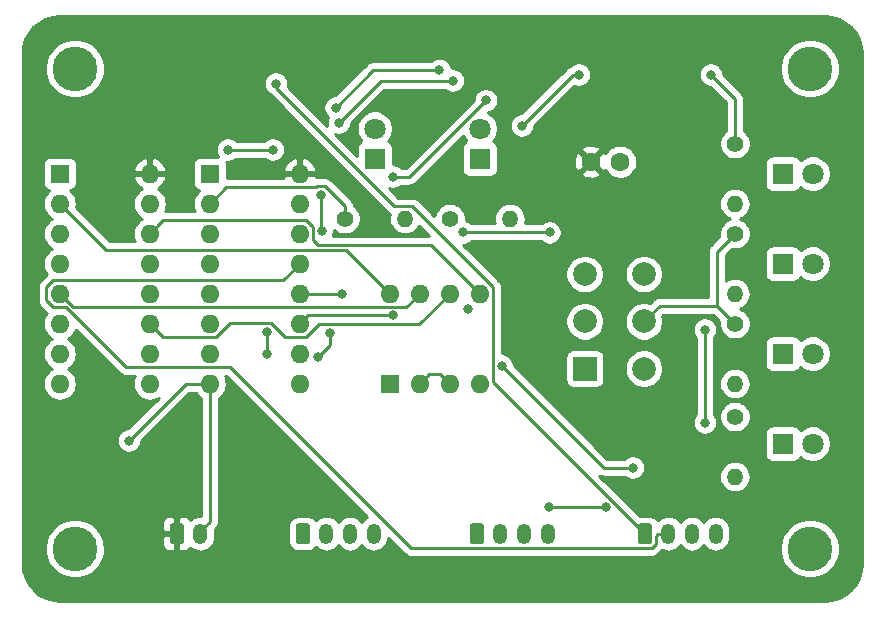
<source format=gbr>
G04 #@! TF.GenerationSoftware,KiCad,Pcbnew,(5.1.2-1)-1*
G04 #@! TF.CreationDate,2019-08-21T21:50:59+10:00*
G04 #@! TF.ProjectId,address-register,61646472-6573-4732-9d72-656769737465,rev?*
G04 #@! TF.SameCoordinates,Original*
G04 #@! TF.FileFunction,Copper,L2,Bot*
G04 #@! TF.FilePolarity,Positive*
%FSLAX46Y46*%
G04 Gerber Fmt 4.6, Leading zero omitted, Abs format (unit mm)*
G04 Created by KiCad (PCBNEW (5.1.2-1)-1) date 2019-08-21 21:50:59*
%MOMM*%
%LPD*%
G04 APERTURE LIST*
%ADD10O,1.600000X1.600000*%
%ADD11R,1.600000X1.600000*%
%ADD12O,1.200000X1.750000*%
%ADD13C,0.100000*%
%ADD14C,1.200000*%
%ADD15C,3.790000*%
%ADD16C,2.000000*%
%ADD17R,2.000000X2.000000*%
%ADD18O,1.400000X1.400000*%
%ADD19C,1.400000*%
%ADD20C,1.800000*%
%ADD21R,1.800000X1.800000*%
%ADD22C,1.600000*%
%ADD23C,0.800000*%
%ADD24C,0.250000*%
%ADD25C,0.254000*%
G04 APERTURE END LIST*
D10*
X26670000Y-30480000D03*
X19050000Y-48260000D03*
X26670000Y-33020000D03*
X19050000Y-45720000D03*
X26670000Y-35560000D03*
X19050000Y-43180000D03*
X26670000Y-38100000D03*
X19050000Y-40640000D03*
X26670000Y-40640000D03*
X19050000Y-38100000D03*
X26670000Y-43180000D03*
X19050000Y-35560000D03*
X26670000Y-45720000D03*
X19050000Y-33020000D03*
X26670000Y-48260000D03*
D11*
X19050000Y-30480000D03*
D12*
X45624000Y-60960000D03*
X43624000Y-60960000D03*
X41624000Y-60960000D03*
D13*
G36*
X39998505Y-60086204D02*
G01*
X40022773Y-60089804D01*
X40046572Y-60095765D01*
X40069671Y-60104030D01*
X40091850Y-60114520D01*
X40112893Y-60127132D01*
X40132599Y-60141747D01*
X40150777Y-60158223D01*
X40167253Y-60176401D01*
X40181868Y-60196107D01*
X40194480Y-60217150D01*
X40204970Y-60239329D01*
X40213235Y-60262428D01*
X40219196Y-60286227D01*
X40222796Y-60310495D01*
X40224000Y-60334999D01*
X40224000Y-61585001D01*
X40222796Y-61609505D01*
X40219196Y-61633773D01*
X40213235Y-61657572D01*
X40204970Y-61680671D01*
X40194480Y-61702850D01*
X40181868Y-61723893D01*
X40167253Y-61743599D01*
X40150777Y-61761777D01*
X40132599Y-61778253D01*
X40112893Y-61792868D01*
X40091850Y-61805480D01*
X40069671Y-61815970D01*
X40046572Y-61824235D01*
X40022773Y-61830196D01*
X39998505Y-61833796D01*
X39974001Y-61835000D01*
X39273999Y-61835000D01*
X39249495Y-61833796D01*
X39225227Y-61830196D01*
X39201428Y-61824235D01*
X39178329Y-61815970D01*
X39156150Y-61805480D01*
X39135107Y-61792868D01*
X39115401Y-61778253D01*
X39097223Y-61761777D01*
X39080747Y-61743599D01*
X39066132Y-61723893D01*
X39053520Y-61702850D01*
X39043030Y-61680671D01*
X39034765Y-61657572D01*
X39028804Y-61633773D01*
X39025204Y-61609505D01*
X39024000Y-61585001D01*
X39024000Y-60334999D01*
X39025204Y-60310495D01*
X39028804Y-60286227D01*
X39034765Y-60262428D01*
X39043030Y-60239329D01*
X39053520Y-60217150D01*
X39066132Y-60196107D01*
X39080747Y-60176401D01*
X39097223Y-60158223D01*
X39115401Y-60141747D01*
X39135107Y-60127132D01*
X39156150Y-60114520D01*
X39178329Y-60104030D01*
X39201428Y-60095765D01*
X39225227Y-60089804D01*
X39249495Y-60086204D01*
X39273999Y-60085000D01*
X39974001Y-60085000D01*
X39998505Y-60086204D01*
X39998505Y-60086204D01*
G37*
D14*
X39624000Y-60960000D03*
D12*
X60356000Y-60960000D03*
X58356000Y-60960000D03*
X56356000Y-60960000D03*
D13*
G36*
X54730505Y-60086204D02*
G01*
X54754773Y-60089804D01*
X54778572Y-60095765D01*
X54801671Y-60104030D01*
X54823850Y-60114520D01*
X54844893Y-60127132D01*
X54864599Y-60141747D01*
X54882777Y-60158223D01*
X54899253Y-60176401D01*
X54913868Y-60196107D01*
X54926480Y-60217150D01*
X54936970Y-60239329D01*
X54945235Y-60262428D01*
X54951196Y-60286227D01*
X54954796Y-60310495D01*
X54956000Y-60334999D01*
X54956000Y-61585001D01*
X54954796Y-61609505D01*
X54951196Y-61633773D01*
X54945235Y-61657572D01*
X54936970Y-61680671D01*
X54926480Y-61702850D01*
X54913868Y-61723893D01*
X54899253Y-61743599D01*
X54882777Y-61761777D01*
X54864599Y-61778253D01*
X54844893Y-61792868D01*
X54823850Y-61805480D01*
X54801671Y-61815970D01*
X54778572Y-61824235D01*
X54754773Y-61830196D01*
X54730505Y-61833796D01*
X54706001Y-61835000D01*
X54005999Y-61835000D01*
X53981495Y-61833796D01*
X53957227Y-61830196D01*
X53933428Y-61824235D01*
X53910329Y-61815970D01*
X53888150Y-61805480D01*
X53867107Y-61792868D01*
X53847401Y-61778253D01*
X53829223Y-61761777D01*
X53812747Y-61743599D01*
X53798132Y-61723893D01*
X53785520Y-61702850D01*
X53775030Y-61680671D01*
X53766765Y-61657572D01*
X53760804Y-61633773D01*
X53757204Y-61609505D01*
X53756000Y-61585001D01*
X53756000Y-60334999D01*
X53757204Y-60310495D01*
X53760804Y-60286227D01*
X53766765Y-60262428D01*
X53775030Y-60239329D01*
X53785520Y-60217150D01*
X53798132Y-60196107D01*
X53812747Y-60176401D01*
X53829223Y-60158223D01*
X53847401Y-60141747D01*
X53867107Y-60127132D01*
X53888150Y-60114520D01*
X53910329Y-60104030D01*
X53933428Y-60095765D01*
X53957227Y-60089804D01*
X53981495Y-60086204D01*
X54005999Y-60085000D01*
X54706001Y-60085000D01*
X54730505Y-60086204D01*
X54730505Y-60086204D01*
G37*
D14*
X54356000Y-60960000D03*
D12*
X74580000Y-60960000D03*
X72580000Y-60960000D03*
X70580000Y-60960000D03*
D13*
G36*
X68954505Y-60086204D02*
G01*
X68978773Y-60089804D01*
X69002572Y-60095765D01*
X69025671Y-60104030D01*
X69047850Y-60114520D01*
X69068893Y-60127132D01*
X69088599Y-60141747D01*
X69106777Y-60158223D01*
X69123253Y-60176401D01*
X69137868Y-60196107D01*
X69150480Y-60217150D01*
X69160970Y-60239329D01*
X69169235Y-60262428D01*
X69175196Y-60286227D01*
X69178796Y-60310495D01*
X69180000Y-60334999D01*
X69180000Y-61585001D01*
X69178796Y-61609505D01*
X69175196Y-61633773D01*
X69169235Y-61657572D01*
X69160970Y-61680671D01*
X69150480Y-61702850D01*
X69137868Y-61723893D01*
X69123253Y-61743599D01*
X69106777Y-61761777D01*
X69088599Y-61778253D01*
X69068893Y-61792868D01*
X69047850Y-61805480D01*
X69025671Y-61815970D01*
X69002572Y-61824235D01*
X68978773Y-61830196D01*
X68954505Y-61833796D01*
X68930001Y-61835000D01*
X68229999Y-61835000D01*
X68205495Y-61833796D01*
X68181227Y-61830196D01*
X68157428Y-61824235D01*
X68134329Y-61815970D01*
X68112150Y-61805480D01*
X68091107Y-61792868D01*
X68071401Y-61778253D01*
X68053223Y-61761777D01*
X68036747Y-61743599D01*
X68022132Y-61723893D01*
X68009520Y-61702850D01*
X67999030Y-61680671D01*
X67990765Y-61657572D01*
X67984804Y-61633773D01*
X67981204Y-61609505D01*
X67980000Y-61585001D01*
X67980000Y-60334999D01*
X67981204Y-60310495D01*
X67984804Y-60286227D01*
X67990765Y-60262428D01*
X67999030Y-60239329D01*
X68009520Y-60217150D01*
X68022132Y-60196107D01*
X68036747Y-60176401D01*
X68053223Y-60158223D01*
X68071401Y-60141747D01*
X68091107Y-60127132D01*
X68112150Y-60114520D01*
X68134329Y-60104030D01*
X68157428Y-60095765D01*
X68181227Y-60089804D01*
X68205495Y-60086204D01*
X68229999Y-60085000D01*
X68930001Y-60085000D01*
X68954505Y-60086204D01*
X68954505Y-60086204D01*
G37*
D14*
X68580000Y-60960000D03*
D12*
X30956000Y-60960000D03*
D13*
G36*
X29330505Y-60086204D02*
G01*
X29354773Y-60089804D01*
X29378572Y-60095765D01*
X29401671Y-60104030D01*
X29423850Y-60114520D01*
X29444893Y-60127132D01*
X29464599Y-60141747D01*
X29482777Y-60158223D01*
X29499253Y-60176401D01*
X29513868Y-60196107D01*
X29526480Y-60217150D01*
X29536970Y-60239329D01*
X29545235Y-60262428D01*
X29551196Y-60286227D01*
X29554796Y-60310495D01*
X29556000Y-60334999D01*
X29556000Y-61585001D01*
X29554796Y-61609505D01*
X29551196Y-61633773D01*
X29545235Y-61657572D01*
X29536970Y-61680671D01*
X29526480Y-61702850D01*
X29513868Y-61723893D01*
X29499253Y-61743599D01*
X29482777Y-61761777D01*
X29464599Y-61778253D01*
X29444893Y-61792868D01*
X29423850Y-61805480D01*
X29401671Y-61815970D01*
X29378572Y-61824235D01*
X29354773Y-61830196D01*
X29330505Y-61833796D01*
X29306001Y-61835000D01*
X28605999Y-61835000D01*
X28581495Y-61833796D01*
X28557227Y-61830196D01*
X28533428Y-61824235D01*
X28510329Y-61815970D01*
X28488150Y-61805480D01*
X28467107Y-61792868D01*
X28447401Y-61778253D01*
X28429223Y-61761777D01*
X28412747Y-61743599D01*
X28398132Y-61723893D01*
X28385520Y-61702850D01*
X28375030Y-61680671D01*
X28366765Y-61657572D01*
X28360804Y-61633773D01*
X28357204Y-61609505D01*
X28356000Y-61585001D01*
X28356000Y-60334999D01*
X28357204Y-60310495D01*
X28360804Y-60286227D01*
X28366765Y-60262428D01*
X28375030Y-60239329D01*
X28385520Y-60217150D01*
X28398132Y-60196107D01*
X28412747Y-60176401D01*
X28429223Y-60158223D01*
X28447401Y-60141747D01*
X28467107Y-60127132D01*
X28488150Y-60114520D01*
X28510329Y-60104030D01*
X28533428Y-60095765D01*
X28557227Y-60089804D01*
X28581495Y-60086204D01*
X28605999Y-60085000D01*
X29306001Y-60085000D01*
X29330505Y-60086204D01*
X29330505Y-60086204D01*
G37*
D14*
X28956000Y-60960000D03*
D15*
X82550000Y-21590000D03*
X82550000Y-62230000D03*
X20320000Y-62230000D03*
X20320000Y-21590000D03*
D10*
X39370000Y-30480000D03*
X31750000Y-48260000D03*
X39370000Y-33020000D03*
X31750000Y-45720000D03*
X39370000Y-35560000D03*
X31750000Y-43180000D03*
X39370000Y-38100000D03*
X31750000Y-40640000D03*
X39370000Y-40640000D03*
X31750000Y-38100000D03*
X39370000Y-43180000D03*
X31750000Y-35560000D03*
X39370000Y-45720000D03*
X31750000Y-33020000D03*
X39370000Y-48260000D03*
D11*
X31750000Y-30480000D03*
D16*
X68500000Y-38990000D03*
X68500000Y-42990000D03*
X68500000Y-46990000D03*
X63500000Y-38990000D03*
X63500000Y-42990000D03*
D17*
X63500000Y-46990000D03*
D10*
X46990000Y-40640000D03*
X54610000Y-48260000D03*
X49530000Y-40640000D03*
X52070000Y-48260000D03*
X52070000Y-40640000D03*
X49530000Y-48260000D03*
X54610000Y-40640000D03*
D11*
X46990000Y-48260000D03*
D18*
X76200000Y-33020000D03*
D19*
X76200000Y-27940000D03*
D18*
X76200000Y-40640000D03*
D19*
X76200000Y-35560000D03*
D18*
X76200000Y-48260000D03*
D19*
X76200000Y-43180000D03*
D18*
X76200000Y-56134000D03*
D19*
X76200000Y-51054000D03*
D18*
X57150000Y-34290000D03*
D19*
X52070000Y-34290000D03*
D18*
X48260000Y-34290000D03*
D19*
X43180000Y-34290000D03*
D20*
X82804000Y-30480000D03*
D21*
X80264000Y-30480000D03*
D20*
X82804000Y-38100000D03*
D21*
X80264000Y-38100000D03*
D20*
X82804000Y-45720000D03*
D21*
X80264000Y-45720000D03*
D20*
X82804000Y-53340000D03*
D21*
X80264000Y-53340000D03*
D20*
X54610000Y-26670000D03*
D21*
X54610000Y-29210000D03*
D20*
X45720000Y-26670000D03*
D21*
X45720000Y-29210000D03*
D22*
X66508000Y-29464000D03*
X64008000Y-29464000D03*
D23*
X69088000Y-19812000D03*
X67564000Y-55372000D03*
X56460001Y-46736000D03*
X47244000Y-42491999D03*
X42926000Y-40640000D03*
X60452000Y-58674000D03*
X65273347Y-58678653D03*
X37338000Y-22860000D03*
X53594000Y-41910000D03*
X53195001Y-35450999D03*
X74168000Y-22098000D03*
X24892000Y-53086000D03*
X60521001Y-35450999D03*
X52324000Y-22606000D03*
X42672000Y-26162000D03*
X41148000Y-32258000D03*
X41220001Y-35306000D03*
X41910000Y-43942000D03*
X40894000Y-45974000D03*
X47244000Y-30734000D03*
X55118000Y-24269989D03*
X58166000Y-26416000D03*
X62992000Y-22098000D03*
X73660000Y-43688000D03*
X73660000Y-51562000D03*
X36576000Y-45720000D03*
X36576000Y-43869999D03*
X33274000Y-28448000D03*
X37084000Y-28448000D03*
X42413347Y-24896653D03*
X51193653Y-21704347D03*
D24*
X65096001Y-55372000D02*
X56460001Y-46736000D01*
X67564000Y-55372000D02*
X65096001Y-55372000D01*
X40058001Y-42491999D02*
X39370000Y-43180000D01*
X47244000Y-42491999D02*
X40058001Y-42491999D01*
X39370000Y-40640000D02*
X42926000Y-40640000D01*
X65268694Y-58674000D02*
X65273347Y-58678653D01*
X60452000Y-58674000D02*
X65268694Y-58674000D01*
X70580000Y-60960000D02*
X70580000Y-60685000D01*
X69505010Y-61184990D02*
X69730000Y-60960000D01*
X69168180Y-62160010D02*
X69505010Y-61823180D01*
X48775010Y-62160010D02*
X69168180Y-62160010D01*
X69730000Y-60960000D02*
X70580000Y-60960000D01*
X33460001Y-46845001D02*
X48775010Y-62160010D01*
X24618591Y-46845001D02*
X33460001Y-46845001D01*
X19538591Y-41765001D02*
X24618591Y-46845001D01*
X18509999Y-41765001D02*
X19538591Y-41765001D01*
X37955001Y-39514999D02*
X18509999Y-39514999D01*
X18509999Y-39514999D02*
X17924999Y-40099999D01*
X69505010Y-61823180D02*
X69505010Y-61184990D01*
X17924999Y-41180001D02*
X18509999Y-41765001D01*
X17924999Y-40099999D02*
X17924999Y-41180001D01*
X39370000Y-38100000D02*
X37955001Y-39514999D01*
X37338000Y-23213002D02*
X37338000Y-22860000D01*
X47389997Y-33264999D02*
X37338000Y-23213002D01*
X55735001Y-40099999D02*
X48900001Y-33264999D01*
X55735001Y-48115001D02*
X55735001Y-40099999D01*
X48900001Y-33264999D02*
X47389997Y-33264999D01*
X68580000Y-60960000D02*
X55735001Y-48115001D01*
X53195001Y-35450999D02*
X60521001Y-35450999D01*
X76200000Y-24130000D02*
X74168000Y-22098000D01*
X76200000Y-27940000D02*
X76200000Y-24130000D01*
X51270001Y-47460001D02*
X52070000Y-48260000D01*
X50329999Y-47460001D02*
X51270001Y-47460001D01*
X49530000Y-48260000D02*
X50329999Y-47460001D01*
X75500001Y-36259999D02*
X76200000Y-35560000D01*
X74676000Y-37084000D02*
X75500001Y-36259999D01*
X74676000Y-41656000D02*
X74676000Y-37084000D01*
X76200000Y-43180000D02*
X74676000Y-41656000D01*
X30956000Y-60748190D02*
X30956000Y-60960000D01*
X31750000Y-59954190D02*
X30956000Y-60748190D01*
X31750000Y-48260000D02*
X31750000Y-59954190D01*
X29718000Y-48260000D02*
X24892000Y-53086000D01*
X31750000Y-48260000D02*
X29718000Y-48260000D01*
X43180000Y-33216998D02*
X43180000Y-33300051D01*
X41496001Y-31532999D02*
X43180000Y-33216998D01*
X43180000Y-33300051D02*
X43180000Y-34290000D01*
X40799999Y-31532999D02*
X41496001Y-31532999D01*
X40727997Y-31605001D02*
X40799999Y-31532999D01*
X33164999Y-31605001D02*
X40727997Y-31605001D01*
X31750000Y-33020000D02*
X33164999Y-31605001D01*
X60521001Y-35450999D02*
X60521001Y-35450999D01*
X69834000Y-41656000D02*
X68500000Y-42990000D01*
X74676000Y-41656000D02*
X69834000Y-41656000D01*
X46228000Y-22606000D02*
X42672000Y-26162000D01*
X52324000Y-22606000D02*
X46228000Y-22606000D01*
X41148000Y-35233999D02*
X41220001Y-35306000D01*
X41148000Y-32258000D02*
X41148000Y-35233999D01*
X41910000Y-44958000D02*
X40894000Y-45974000D01*
X41910000Y-43942000D02*
X41910000Y-44958000D01*
X48653989Y-30734000D02*
X55118000Y-24269989D01*
X47244000Y-30734000D02*
X48653989Y-30734000D01*
X62484000Y-22098000D02*
X62992000Y-22098000D01*
X58166000Y-26416000D02*
X62484000Y-22098000D01*
X73660000Y-43688000D02*
X73660000Y-51562000D01*
X36576000Y-45720000D02*
X36576000Y-43869999D01*
X33274000Y-28448000D02*
X36830000Y-28448000D01*
X36830000Y-28448000D02*
X37084000Y-28448000D01*
X45605653Y-21704347D02*
X51193653Y-21704347D01*
X42413347Y-24896653D02*
X45605653Y-21704347D01*
X46190001Y-39840001D02*
X46990000Y-40640000D01*
X23004999Y-36974999D02*
X43324999Y-36974999D01*
X43324999Y-36974999D02*
X46190001Y-39840001D01*
X19050000Y-33020000D02*
X23004999Y-36974999D01*
X19849999Y-41439999D02*
X19050000Y-40640000D01*
X20175001Y-41765001D02*
X19849999Y-41439999D01*
X48404999Y-41765001D02*
X20175001Y-41765001D01*
X49530000Y-40640000D02*
X48404999Y-41765001D01*
X32290001Y-44305001D02*
X27795001Y-44305001D01*
X33450004Y-43144998D02*
X32290001Y-44305001D01*
X36924001Y-43144998D02*
X33450004Y-43144998D01*
X39910001Y-44305001D02*
X38084004Y-44305001D01*
X40998003Y-43216999D02*
X39910001Y-44305001D01*
X27469999Y-43979999D02*
X26670000Y-43180000D01*
X27795001Y-44305001D02*
X27469999Y-43979999D01*
X38084004Y-44305001D02*
X36924001Y-43144998D01*
X49493001Y-43216999D02*
X40998003Y-43216999D01*
X52070000Y-40640000D02*
X49493001Y-43216999D01*
X27795001Y-34434999D02*
X27469999Y-34760001D01*
X39910001Y-34434999D02*
X27795001Y-34434999D01*
X27469999Y-34760001D02*
X26670000Y-35560000D01*
X40495001Y-35019999D02*
X39910001Y-34434999D01*
X40495001Y-36100001D02*
X40495001Y-35019999D01*
X50494989Y-36524989D02*
X40919989Y-36524989D01*
X40919989Y-36524989D02*
X40495001Y-36100001D01*
X54610000Y-40640000D02*
X50494989Y-36524989D01*
D25*
G36*
X84431222Y-17233096D02*
G01*
X85019164Y-17410606D01*
X85561436Y-17698937D01*
X86037364Y-18087094D01*
X86428845Y-18560314D01*
X86720951Y-19100552D01*
X86902563Y-19687244D01*
X86970000Y-20328879D01*
X86970001Y-63467711D01*
X86906904Y-64111221D01*
X86729394Y-64699164D01*
X86441063Y-65241436D01*
X86052906Y-65717364D01*
X85579686Y-66108845D01*
X85039449Y-66400950D01*
X84452756Y-66582563D01*
X83811130Y-66650000D01*
X19082279Y-66650000D01*
X18438779Y-66586904D01*
X17850836Y-66409394D01*
X17308564Y-66121063D01*
X16832636Y-65732906D01*
X16441155Y-65259686D01*
X16149050Y-64719449D01*
X15967437Y-64132756D01*
X15900000Y-63491130D01*
X15900000Y-61980817D01*
X17790000Y-61980817D01*
X17790000Y-62479183D01*
X17887226Y-62967974D01*
X18077943Y-63428405D01*
X18354820Y-63842781D01*
X18707219Y-64195180D01*
X19121595Y-64472057D01*
X19582026Y-64662774D01*
X20070817Y-64760000D01*
X20569183Y-64760000D01*
X21057974Y-64662774D01*
X21518405Y-64472057D01*
X21932781Y-64195180D01*
X22285180Y-63842781D01*
X22562057Y-63428405D01*
X22752774Y-62967974D01*
X22850000Y-62479183D01*
X22850000Y-61980817D01*
X22820996Y-61835000D01*
X27717928Y-61835000D01*
X27730188Y-61959482D01*
X27766498Y-62079180D01*
X27825463Y-62189494D01*
X27904815Y-62286185D01*
X28001506Y-62365537D01*
X28111820Y-62424502D01*
X28231518Y-62460812D01*
X28356000Y-62473072D01*
X28670250Y-62470000D01*
X28829000Y-62311250D01*
X28829000Y-61087000D01*
X27879750Y-61087000D01*
X27721000Y-61245750D01*
X27717928Y-61835000D01*
X22820996Y-61835000D01*
X22752774Y-61492026D01*
X22562057Y-61031595D01*
X22285180Y-60617219D01*
X21932781Y-60264820D01*
X21663662Y-60085000D01*
X27717928Y-60085000D01*
X27721000Y-60674250D01*
X27879750Y-60833000D01*
X28829000Y-60833000D01*
X28829000Y-59608750D01*
X28670250Y-59450000D01*
X28356000Y-59446928D01*
X28231518Y-59459188D01*
X28111820Y-59495498D01*
X28001506Y-59554463D01*
X27904815Y-59633815D01*
X27825463Y-59730506D01*
X27766498Y-59840820D01*
X27730188Y-59960518D01*
X27717928Y-60085000D01*
X21663662Y-60085000D01*
X21518405Y-59987943D01*
X21057974Y-59797226D01*
X20569183Y-59700000D01*
X20070817Y-59700000D01*
X19582026Y-59797226D01*
X19121595Y-59987943D01*
X18707219Y-60264820D01*
X18354820Y-60617219D01*
X18077943Y-61031595D01*
X17887226Y-61492026D01*
X17790000Y-61980817D01*
X15900000Y-61980817D01*
X15900000Y-40099999D01*
X17161323Y-40099999D01*
X17164999Y-40137322D01*
X17165000Y-41142669D01*
X17161323Y-41180001D01*
X17165000Y-41217334D01*
X17175997Y-41328987D01*
X17179558Y-41340725D01*
X17219453Y-41472247D01*
X17290025Y-41604277D01*
X17361200Y-41691003D01*
X17384999Y-41720002D01*
X17413997Y-41743800D01*
X17940330Y-42270133D01*
X17851068Y-42378899D01*
X17717818Y-42628192D01*
X17635764Y-42898691D01*
X17608057Y-43180000D01*
X17635764Y-43461309D01*
X17717818Y-43731808D01*
X17851068Y-43981101D01*
X18030392Y-44199608D01*
X18248899Y-44378932D01*
X18381858Y-44450000D01*
X18248899Y-44521068D01*
X18030392Y-44700392D01*
X17851068Y-44918899D01*
X17717818Y-45168192D01*
X17635764Y-45438691D01*
X17608057Y-45720000D01*
X17635764Y-46001309D01*
X17717818Y-46271808D01*
X17851068Y-46521101D01*
X18030392Y-46739608D01*
X18248899Y-46918932D01*
X18381858Y-46990000D01*
X18248899Y-47061068D01*
X18030392Y-47240392D01*
X17851068Y-47458899D01*
X17717818Y-47708192D01*
X17635764Y-47978691D01*
X17608057Y-48260000D01*
X17635764Y-48541309D01*
X17717818Y-48811808D01*
X17851068Y-49061101D01*
X18030392Y-49279608D01*
X18248899Y-49458932D01*
X18498192Y-49592182D01*
X18768691Y-49674236D01*
X18979508Y-49695000D01*
X19120492Y-49695000D01*
X19331309Y-49674236D01*
X19601808Y-49592182D01*
X19851101Y-49458932D01*
X20069608Y-49279608D01*
X20248932Y-49061101D01*
X20382182Y-48811808D01*
X20464236Y-48541309D01*
X20491943Y-48260000D01*
X20464236Y-47978691D01*
X20382182Y-47708192D01*
X20248932Y-47458899D01*
X20069608Y-47240392D01*
X19851101Y-47061068D01*
X19718142Y-46990000D01*
X19851101Y-46918932D01*
X20069608Y-46739608D01*
X20248932Y-46521101D01*
X20382182Y-46271808D01*
X20464236Y-46001309D01*
X20491943Y-45720000D01*
X20464236Y-45438691D01*
X20382182Y-45168192D01*
X20248932Y-44918899D01*
X20069608Y-44700392D01*
X19851101Y-44521068D01*
X19718142Y-44450000D01*
X19851101Y-44378932D01*
X20069608Y-44199608D01*
X20248932Y-43981101D01*
X20382182Y-43731808D01*
X20393450Y-43694661D01*
X24054791Y-47356003D01*
X24078590Y-47385002D01*
X24107588Y-47408800D01*
X24194314Y-47479975D01*
X24306494Y-47539937D01*
X24326344Y-47550547D01*
X24469605Y-47594004D01*
X24581258Y-47605001D01*
X24581268Y-47605001D01*
X24618591Y-47608677D01*
X24655914Y-47605001D01*
X25392975Y-47605001D01*
X25337818Y-47708192D01*
X25255764Y-47978691D01*
X25228057Y-48260000D01*
X25255764Y-48541309D01*
X25337818Y-48811808D01*
X25471068Y-49061101D01*
X25650392Y-49279608D01*
X25868899Y-49458932D01*
X26118192Y-49592182D01*
X26388691Y-49674236D01*
X26599508Y-49695000D01*
X26740492Y-49695000D01*
X26951309Y-49674236D01*
X27221808Y-49592182D01*
X27413453Y-49489746D01*
X24852199Y-52051000D01*
X24790061Y-52051000D01*
X24590102Y-52090774D01*
X24401744Y-52168795D01*
X24232226Y-52282063D01*
X24088063Y-52426226D01*
X23974795Y-52595744D01*
X23896774Y-52784102D01*
X23857000Y-52984061D01*
X23857000Y-53187939D01*
X23896774Y-53387898D01*
X23974795Y-53576256D01*
X24088063Y-53745774D01*
X24232226Y-53889937D01*
X24401744Y-54003205D01*
X24590102Y-54081226D01*
X24790061Y-54121000D01*
X24993939Y-54121000D01*
X25193898Y-54081226D01*
X25382256Y-54003205D01*
X25551774Y-53889937D01*
X25695937Y-53745774D01*
X25809205Y-53576256D01*
X25887226Y-53387898D01*
X25927000Y-53187939D01*
X25927000Y-53125801D01*
X30032802Y-49020000D01*
X30529099Y-49020000D01*
X30551068Y-49061101D01*
X30730392Y-49279608D01*
X30948899Y-49458932D01*
X30990000Y-49480901D01*
X30990001Y-59447374D01*
X30956000Y-59444025D01*
X30713898Y-59467870D01*
X30481099Y-59538489D01*
X30266551Y-59653167D01*
X30112691Y-59779436D01*
X30086537Y-59730506D01*
X30007185Y-59633815D01*
X29910494Y-59554463D01*
X29800180Y-59495498D01*
X29680482Y-59459188D01*
X29556000Y-59446928D01*
X29241750Y-59450000D01*
X29083000Y-59608750D01*
X29083000Y-60833000D01*
X29103000Y-60833000D01*
X29103000Y-61087000D01*
X29083000Y-61087000D01*
X29083000Y-62311250D01*
X29241750Y-62470000D01*
X29556000Y-62473072D01*
X29680482Y-62460812D01*
X29800180Y-62424502D01*
X29910494Y-62365537D01*
X30007185Y-62286185D01*
X30086537Y-62189494D01*
X30112692Y-62140563D01*
X30266552Y-62266833D01*
X30481100Y-62381511D01*
X30713899Y-62452130D01*
X30956000Y-62475975D01*
X31198102Y-62452130D01*
X31430901Y-62381511D01*
X31645449Y-62266833D01*
X31833502Y-62112502D01*
X31987833Y-61924449D01*
X32102511Y-61709900D01*
X32173130Y-61477101D01*
X32191000Y-61295664D01*
X32191000Y-60624335D01*
X32187741Y-60591250D01*
X32261002Y-60517989D01*
X32290001Y-60494191D01*
X32384974Y-60378466D01*
X32455546Y-60246437D01*
X32499003Y-60103176D01*
X32510000Y-59991523D01*
X32513677Y-59954190D01*
X32510000Y-59916857D01*
X32510000Y-49480901D01*
X32551101Y-49458932D01*
X32769608Y-49279608D01*
X32948932Y-49061101D01*
X33082182Y-48811808D01*
X33164236Y-48541309D01*
X33191943Y-48260000D01*
X33164236Y-47978691D01*
X33082182Y-47708192D01*
X33027025Y-47605001D01*
X33145200Y-47605001D01*
X45103213Y-59563016D01*
X44934551Y-59653167D01*
X44746498Y-59807498D01*
X44624000Y-59956763D01*
X44501502Y-59807498D01*
X44313448Y-59653167D01*
X44098900Y-59538489D01*
X43866101Y-59467870D01*
X43624000Y-59444025D01*
X43381898Y-59467870D01*
X43149099Y-59538489D01*
X42934551Y-59653167D01*
X42746498Y-59807498D01*
X42624000Y-59956763D01*
X42501502Y-59807498D01*
X42313448Y-59653167D01*
X42098900Y-59538489D01*
X41866101Y-59467870D01*
X41624000Y-59444025D01*
X41381898Y-59467870D01*
X41149099Y-59538489D01*
X40934551Y-59653167D01*
X40746498Y-59807498D01*
X40714809Y-59846111D01*
X40712405Y-59841613D01*
X40601962Y-59707038D01*
X40467387Y-59596595D01*
X40313851Y-59514528D01*
X40147255Y-59463992D01*
X39974001Y-59446928D01*
X39273999Y-59446928D01*
X39100745Y-59463992D01*
X38934149Y-59514528D01*
X38780613Y-59596595D01*
X38646038Y-59707038D01*
X38535595Y-59841613D01*
X38453528Y-59995149D01*
X38402992Y-60161745D01*
X38385928Y-60334999D01*
X38385928Y-61585001D01*
X38402992Y-61758255D01*
X38453528Y-61924851D01*
X38535595Y-62078387D01*
X38646038Y-62212962D01*
X38780613Y-62323405D01*
X38934149Y-62405472D01*
X39100745Y-62456008D01*
X39273999Y-62473072D01*
X39974001Y-62473072D01*
X40147255Y-62456008D01*
X40313851Y-62405472D01*
X40467387Y-62323405D01*
X40601962Y-62212962D01*
X40712405Y-62078387D01*
X40714810Y-62073888D01*
X40746499Y-62112502D01*
X40934552Y-62266833D01*
X41149100Y-62381511D01*
X41381899Y-62452130D01*
X41624000Y-62475975D01*
X41866102Y-62452130D01*
X42098901Y-62381511D01*
X42313449Y-62266833D01*
X42501502Y-62112502D01*
X42624001Y-61963237D01*
X42746499Y-62112502D01*
X42934552Y-62266833D01*
X43149100Y-62381511D01*
X43381899Y-62452130D01*
X43624000Y-62475975D01*
X43866102Y-62452130D01*
X44098901Y-62381511D01*
X44313449Y-62266833D01*
X44501502Y-62112502D01*
X44624001Y-61963237D01*
X44746499Y-62112502D01*
X44934552Y-62266833D01*
X45149100Y-62381511D01*
X45381899Y-62452130D01*
X45624000Y-62475975D01*
X45866102Y-62452130D01*
X46098901Y-62381511D01*
X46313449Y-62266833D01*
X46501502Y-62112502D01*
X46655833Y-61924449D01*
X46770511Y-61709900D01*
X46841130Y-61477101D01*
X46856925Y-61316728D01*
X48211215Y-62671018D01*
X48235009Y-62700011D01*
X48264002Y-62723805D01*
X48264006Y-62723809D01*
X48334695Y-62781821D01*
X48350734Y-62794984D01*
X48482763Y-62865556D01*
X48626024Y-62909013D01*
X48737677Y-62920010D01*
X48737686Y-62920010D01*
X48775009Y-62923686D01*
X48812332Y-62920010D01*
X69130858Y-62920010D01*
X69168180Y-62923686D01*
X69205502Y-62920010D01*
X69205513Y-62920010D01*
X69317166Y-62909013D01*
X69460427Y-62865556D01*
X69592456Y-62794984D01*
X69708181Y-62700011D01*
X69731984Y-62671007D01*
X70016008Y-62386983D01*
X70045011Y-62363181D01*
X70052876Y-62353597D01*
X70105100Y-62381511D01*
X70337899Y-62452130D01*
X70580000Y-62475975D01*
X70822102Y-62452130D01*
X71054901Y-62381511D01*
X71269449Y-62266833D01*
X71457502Y-62112502D01*
X71580001Y-61963237D01*
X71702499Y-62112502D01*
X71890552Y-62266833D01*
X72105100Y-62381511D01*
X72337899Y-62452130D01*
X72580000Y-62475975D01*
X72822102Y-62452130D01*
X73054901Y-62381511D01*
X73269449Y-62266833D01*
X73457502Y-62112502D01*
X73580001Y-61963237D01*
X73702499Y-62112502D01*
X73890552Y-62266833D01*
X74105100Y-62381511D01*
X74337899Y-62452130D01*
X74580000Y-62475975D01*
X74822102Y-62452130D01*
X75054901Y-62381511D01*
X75269449Y-62266833D01*
X75457502Y-62112502D01*
X75565573Y-61980817D01*
X80020000Y-61980817D01*
X80020000Y-62479183D01*
X80117226Y-62967974D01*
X80307943Y-63428405D01*
X80584820Y-63842781D01*
X80937219Y-64195180D01*
X81351595Y-64472057D01*
X81812026Y-64662774D01*
X82300817Y-64760000D01*
X82799183Y-64760000D01*
X83287974Y-64662774D01*
X83748405Y-64472057D01*
X84162781Y-64195180D01*
X84515180Y-63842781D01*
X84792057Y-63428405D01*
X84982774Y-62967974D01*
X85080000Y-62479183D01*
X85080000Y-61980817D01*
X84982774Y-61492026D01*
X84792057Y-61031595D01*
X84515180Y-60617219D01*
X84162781Y-60264820D01*
X83748405Y-59987943D01*
X83287974Y-59797226D01*
X82799183Y-59700000D01*
X82300817Y-59700000D01*
X81812026Y-59797226D01*
X81351595Y-59987943D01*
X80937219Y-60264820D01*
X80584820Y-60617219D01*
X80307943Y-61031595D01*
X80117226Y-61492026D01*
X80020000Y-61980817D01*
X75565573Y-61980817D01*
X75611833Y-61924449D01*
X75726511Y-61709900D01*
X75797130Y-61477101D01*
X75815000Y-61295664D01*
X75815000Y-60624335D01*
X75797130Y-60442898D01*
X75726511Y-60210099D01*
X75611833Y-59995551D01*
X75457502Y-59807498D01*
X75269448Y-59653167D01*
X75054900Y-59538489D01*
X74822101Y-59467870D01*
X74580000Y-59444025D01*
X74337898Y-59467870D01*
X74105099Y-59538489D01*
X73890551Y-59653167D01*
X73702498Y-59807498D01*
X73580000Y-59956763D01*
X73457502Y-59807498D01*
X73269448Y-59653167D01*
X73054900Y-59538489D01*
X72822101Y-59467870D01*
X72580000Y-59444025D01*
X72337898Y-59467870D01*
X72105099Y-59538489D01*
X71890551Y-59653167D01*
X71702498Y-59807498D01*
X71580000Y-59956763D01*
X71457502Y-59807498D01*
X71269448Y-59653167D01*
X71054900Y-59538489D01*
X70822101Y-59467870D01*
X70580000Y-59444025D01*
X70337898Y-59467870D01*
X70105099Y-59538489D01*
X69890551Y-59653167D01*
X69702498Y-59807498D01*
X69670809Y-59846111D01*
X69668405Y-59841613D01*
X69557962Y-59707038D01*
X69423387Y-59596595D01*
X69269851Y-59514528D01*
X69103255Y-59463992D01*
X68930001Y-59446928D01*
X68229999Y-59446928D01*
X68149644Y-59454842D01*
X64736283Y-56041482D01*
X64803754Y-56077546D01*
X64947015Y-56121003D01*
X65058668Y-56132000D01*
X65058677Y-56132000D01*
X65096000Y-56135676D01*
X65133323Y-56132000D01*
X66860289Y-56132000D01*
X66904226Y-56175937D01*
X67073744Y-56289205D01*
X67262102Y-56367226D01*
X67462061Y-56407000D01*
X67665939Y-56407000D01*
X67865898Y-56367226D01*
X68054256Y-56289205D01*
X68223774Y-56175937D01*
X68265711Y-56134000D01*
X74858541Y-56134000D01*
X74884317Y-56395706D01*
X74960653Y-56647354D01*
X75084618Y-56879275D01*
X75251445Y-57082555D01*
X75454725Y-57249382D01*
X75686646Y-57373347D01*
X75938294Y-57449683D01*
X76134421Y-57469000D01*
X76265579Y-57469000D01*
X76461706Y-57449683D01*
X76713354Y-57373347D01*
X76945275Y-57249382D01*
X77148555Y-57082555D01*
X77315382Y-56879275D01*
X77439347Y-56647354D01*
X77515683Y-56395706D01*
X77541459Y-56134000D01*
X77515683Y-55872294D01*
X77439347Y-55620646D01*
X77315382Y-55388725D01*
X77148555Y-55185445D01*
X76945275Y-55018618D01*
X76713354Y-54894653D01*
X76461706Y-54818317D01*
X76265579Y-54799000D01*
X76134421Y-54799000D01*
X75938294Y-54818317D01*
X75686646Y-54894653D01*
X75454725Y-55018618D01*
X75251445Y-55185445D01*
X75084618Y-55388725D01*
X74960653Y-55620646D01*
X74884317Y-55872294D01*
X74858541Y-56134000D01*
X68265711Y-56134000D01*
X68367937Y-56031774D01*
X68481205Y-55862256D01*
X68559226Y-55673898D01*
X68599000Y-55473939D01*
X68599000Y-55270061D01*
X68559226Y-55070102D01*
X68481205Y-54881744D01*
X68367937Y-54712226D01*
X68223774Y-54568063D01*
X68054256Y-54454795D01*
X67865898Y-54376774D01*
X67665939Y-54337000D01*
X67462061Y-54337000D01*
X67262102Y-54376774D01*
X67073744Y-54454795D01*
X66904226Y-54568063D01*
X66860289Y-54612000D01*
X65410803Y-54612000D01*
X57495001Y-46696199D01*
X57495001Y-46634061D01*
X57455227Y-46434102D01*
X57377206Y-46245744D01*
X57263938Y-46076226D01*
X57177712Y-45990000D01*
X61861928Y-45990000D01*
X61861928Y-47990000D01*
X61874188Y-48114482D01*
X61910498Y-48234180D01*
X61969463Y-48344494D01*
X62048815Y-48441185D01*
X62145506Y-48520537D01*
X62255820Y-48579502D01*
X62375518Y-48615812D01*
X62500000Y-48628072D01*
X64500000Y-48628072D01*
X64624482Y-48615812D01*
X64744180Y-48579502D01*
X64854494Y-48520537D01*
X64951185Y-48441185D01*
X65030537Y-48344494D01*
X65089502Y-48234180D01*
X65125812Y-48114482D01*
X65138072Y-47990000D01*
X65138072Y-46828967D01*
X66865000Y-46828967D01*
X66865000Y-47151033D01*
X66927832Y-47466912D01*
X67051082Y-47764463D01*
X67230013Y-48032252D01*
X67457748Y-48259987D01*
X67725537Y-48438918D01*
X68023088Y-48562168D01*
X68338967Y-48625000D01*
X68661033Y-48625000D01*
X68976912Y-48562168D01*
X69274463Y-48438918D01*
X69542252Y-48259987D01*
X69769987Y-48032252D01*
X69948918Y-47764463D01*
X70072168Y-47466912D01*
X70135000Y-47151033D01*
X70135000Y-46828967D01*
X70072168Y-46513088D01*
X69948918Y-46215537D01*
X69769987Y-45947748D01*
X69542252Y-45720013D01*
X69274463Y-45541082D01*
X68976912Y-45417832D01*
X68661033Y-45355000D01*
X68338967Y-45355000D01*
X68023088Y-45417832D01*
X67725537Y-45541082D01*
X67457748Y-45720013D01*
X67230013Y-45947748D01*
X67051082Y-46215537D01*
X66927832Y-46513088D01*
X66865000Y-46828967D01*
X65138072Y-46828967D01*
X65138072Y-45990000D01*
X65125812Y-45865518D01*
X65089502Y-45745820D01*
X65030537Y-45635506D01*
X64951185Y-45538815D01*
X64854494Y-45459463D01*
X64744180Y-45400498D01*
X64624482Y-45364188D01*
X64500000Y-45351928D01*
X62500000Y-45351928D01*
X62375518Y-45364188D01*
X62255820Y-45400498D01*
X62145506Y-45459463D01*
X62048815Y-45538815D01*
X61969463Y-45635506D01*
X61910498Y-45745820D01*
X61874188Y-45865518D01*
X61861928Y-45990000D01*
X57177712Y-45990000D01*
X57119775Y-45932063D01*
X56950257Y-45818795D01*
X56761899Y-45740774D01*
X56561940Y-45701000D01*
X56495001Y-45701000D01*
X56495001Y-42828967D01*
X61865000Y-42828967D01*
X61865000Y-43151033D01*
X61927832Y-43466912D01*
X62051082Y-43764463D01*
X62230013Y-44032252D01*
X62457748Y-44259987D01*
X62725537Y-44438918D01*
X63023088Y-44562168D01*
X63338967Y-44625000D01*
X63661033Y-44625000D01*
X63976912Y-44562168D01*
X64274463Y-44438918D01*
X64542252Y-44259987D01*
X64769987Y-44032252D01*
X64948918Y-43764463D01*
X65072168Y-43466912D01*
X65135000Y-43151033D01*
X65135000Y-42828967D01*
X66865000Y-42828967D01*
X66865000Y-43151033D01*
X66927832Y-43466912D01*
X67051082Y-43764463D01*
X67230013Y-44032252D01*
X67457748Y-44259987D01*
X67725537Y-44438918D01*
X68023088Y-44562168D01*
X68338967Y-44625000D01*
X68661033Y-44625000D01*
X68976912Y-44562168D01*
X69274463Y-44438918D01*
X69542252Y-44259987D01*
X69769987Y-44032252D01*
X69948918Y-43764463D01*
X70022814Y-43586061D01*
X72625000Y-43586061D01*
X72625000Y-43789939D01*
X72664774Y-43989898D01*
X72742795Y-44178256D01*
X72856063Y-44347774D01*
X72900000Y-44391711D01*
X72900001Y-50858288D01*
X72856063Y-50902226D01*
X72742795Y-51071744D01*
X72664774Y-51260102D01*
X72625000Y-51460061D01*
X72625000Y-51663939D01*
X72664774Y-51863898D01*
X72742795Y-52052256D01*
X72856063Y-52221774D01*
X73000226Y-52365937D01*
X73169744Y-52479205D01*
X73358102Y-52557226D01*
X73558061Y-52597000D01*
X73761939Y-52597000D01*
X73961898Y-52557226D01*
X74150256Y-52479205D01*
X74208930Y-52440000D01*
X78725928Y-52440000D01*
X78725928Y-54240000D01*
X78738188Y-54364482D01*
X78774498Y-54484180D01*
X78833463Y-54594494D01*
X78912815Y-54691185D01*
X79009506Y-54770537D01*
X79119820Y-54829502D01*
X79239518Y-54865812D01*
X79364000Y-54878072D01*
X81164000Y-54878072D01*
X81288482Y-54865812D01*
X81408180Y-54829502D01*
X81518494Y-54770537D01*
X81615185Y-54691185D01*
X81694537Y-54594494D01*
X81753502Y-54484180D01*
X81759056Y-54465873D01*
X81825495Y-54532312D01*
X82076905Y-54700299D01*
X82356257Y-54816011D01*
X82652816Y-54875000D01*
X82955184Y-54875000D01*
X83251743Y-54816011D01*
X83531095Y-54700299D01*
X83782505Y-54532312D01*
X83996312Y-54318505D01*
X84164299Y-54067095D01*
X84280011Y-53787743D01*
X84339000Y-53491184D01*
X84339000Y-53188816D01*
X84280011Y-52892257D01*
X84164299Y-52612905D01*
X83996312Y-52361495D01*
X83782505Y-52147688D01*
X83531095Y-51979701D01*
X83251743Y-51863989D01*
X82955184Y-51805000D01*
X82652816Y-51805000D01*
X82356257Y-51863989D01*
X82076905Y-51979701D01*
X81825495Y-52147688D01*
X81759056Y-52214127D01*
X81753502Y-52195820D01*
X81694537Y-52085506D01*
X81615185Y-51988815D01*
X81518494Y-51909463D01*
X81408180Y-51850498D01*
X81288482Y-51814188D01*
X81164000Y-51801928D01*
X79364000Y-51801928D01*
X79239518Y-51814188D01*
X79119820Y-51850498D01*
X79009506Y-51909463D01*
X78912815Y-51988815D01*
X78833463Y-52085506D01*
X78774498Y-52195820D01*
X78738188Y-52315518D01*
X78725928Y-52440000D01*
X74208930Y-52440000D01*
X74319774Y-52365937D01*
X74463937Y-52221774D01*
X74577205Y-52052256D01*
X74655226Y-51863898D01*
X74695000Y-51663939D01*
X74695000Y-51460061D01*
X74655226Y-51260102D01*
X74577205Y-51071744D01*
X74477493Y-50922514D01*
X74865000Y-50922514D01*
X74865000Y-51185486D01*
X74916304Y-51443405D01*
X75016939Y-51686359D01*
X75163038Y-51905013D01*
X75348987Y-52090962D01*
X75567641Y-52237061D01*
X75810595Y-52337696D01*
X76068514Y-52389000D01*
X76331486Y-52389000D01*
X76589405Y-52337696D01*
X76832359Y-52237061D01*
X77051013Y-52090962D01*
X77236962Y-51905013D01*
X77383061Y-51686359D01*
X77483696Y-51443405D01*
X77535000Y-51185486D01*
X77535000Y-50922514D01*
X77483696Y-50664595D01*
X77383061Y-50421641D01*
X77236962Y-50202987D01*
X77051013Y-50017038D01*
X76832359Y-49870939D01*
X76589405Y-49770304D01*
X76331486Y-49719000D01*
X76068514Y-49719000D01*
X75810595Y-49770304D01*
X75567641Y-49870939D01*
X75348987Y-50017038D01*
X75163038Y-50202987D01*
X75016939Y-50421641D01*
X74916304Y-50664595D01*
X74865000Y-50922514D01*
X74477493Y-50922514D01*
X74463937Y-50902226D01*
X74420000Y-50858289D01*
X74420000Y-48260000D01*
X74858541Y-48260000D01*
X74884317Y-48521706D01*
X74960653Y-48773354D01*
X75084618Y-49005275D01*
X75251445Y-49208555D01*
X75454725Y-49375382D01*
X75686646Y-49499347D01*
X75938294Y-49575683D01*
X76134421Y-49595000D01*
X76265579Y-49595000D01*
X76461706Y-49575683D01*
X76713354Y-49499347D01*
X76945275Y-49375382D01*
X77148555Y-49208555D01*
X77315382Y-49005275D01*
X77439347Y-48773354D01*
X77515683Y-48521706D01*
X77541459Y-48260000D01*
X77515683Y-47998294D01*
X77439347Y-47746646D01*
X77315382Y-47514725D01*
X77148555Y-47311445D01*
X76945275Y-47144618D01*
X76713354Y-47020653D01*
X76461706Y-46944317D01*
X76265579Y-46925000D01*
X76134421Y-46925000D01*
X75938294Y-46944317D01*
X75686646Y-47020653D01*
X75454725Y-47144618D01*
X75251445Y-47311445D01*
X75084618Y-47514725D01*
X74960653Y-47746646D01*
X74884317Y-47998294D01*
X74858541Y-48260000D01*
X74420000Y-48260000D01*
X74420000Y-44820000D01*
X78725928Y-44820000D01*
X78725928Y-46620000D01*
X78738188Y-46744482D01*
X78774498Y-46864180D01*
X78833463Y-46974494D01*
X78912815Y-47071185D01*
X79009506Y-47150537D01*
X79119820Y-47209502D01*
X79239518Y-47245812D01*
X79364000Y-47258072D01*
X81164000Y-47258072D01*
X81288482Y-47245812D01*
X81408180Y-47209502D01*
X81518494Y-47150537D01*
X81615185Y-47071185D01*
X81694537Y-46974494D01*
X81753502Y-46864180D01*
X81759056Y-46845873D01*
X81825495Y-46912312D01*
X82076905Y-47080299D01*
X82356257Y-47196011D01*
X82652816Y-47255000D01*
X82955184Y-47255000D01*
X83251743Y-47196011D01*
X83531095Y-47080299D01*
X83782505Y-46912312D01*
X83996312Y-46698505D01*
X84164299Y-46447095D01*
X84280011Y-46167743D01*
X84339000Y-45871184D01*
X84339000Y-45568816D01*
X84280011Y-45272257D01*
X84164299Y-44992905D01*
X83996312Y-44741495D01*
X83782505Y-44527688D01*
X83531095Y-44359701D01*
X83251743Y-44243989D01*
X82955184Y-44185000D01*
X82652816Y-44185000D01*
X82356257Y-44243989D01*
X82076905Y-44359701D01*
X81825495Y-44527688D01*
X81759056Y-44594127D01*
X81753502Y-44575820D01*
X81694537Y-44465506D01*
X81615185Y-44368815D01*
X81518494Y-44289463D01*
X81408180Y-44230498D01*
X81288482Y-44194188D01*
X81164000Y-44181928D01*
X79364000Y-44181928D01*
X79239518Y-44194188D01*
X79119820Y-44230498D01*
X79009506Y-44289463D01*
X78912815Y-44368815D01*
X78833463Y-44465506D01*
X78774498Y-44575820D01*
X78738188Y-44695518D01*
X78725928Y-44820000D01*
X74420000Y-44820000D01*
X74420000Y-44391711D01*
X74463937Y-44347774D01*
X74577205Y-44178256D01*
X74655226Y-43989898D01*
X74695000Y-43789939D01*
X74695000Y-43586061D01*
X74655226Y-43386102D01*
X74577205Y-43197744D01*
X74463937Y-43028226D01*
X74319774Y-42884063D01*
X74150256Y-42770795D01*
X73961898Y-42692774D01*
X73761939Y-42653000D01*
X73558061Y-42653000D01*
X73358102Y-42692774D01*
X73169744Y-42770795D01*
X73000226Y-42884063D01*
X72856063Y-43028226D01*
X72742795Y-43197744D01*
X72664774Y-43386102D01*
X72625000Y-43586061D01*
X70022814Y-43586061D01*
X70072168Y-43466912D01*
X70135000Y-43151033D01*
X70135000Y-42828967D01*
X70072168Y-42513088D01*
X70066177Y-42498625D01*
X70148802Y-42416000D01*
X74361199Y-42416000D01*
X74886355Y-42941157D01*
X74865000Y-43048514D01*
X74865000Y-43311486D01*
X74916304Y-43569405D01*
X75016939Y-43812359D01*
X75163038Y-44031013D01*
X75348987Y-44216962D01*
X75567641Y-44363061D01*
X75810595Y-44463696D01*
X76068514Y-44515000D01*
X76331486Y-44515000D01*
X76589405Y-44463696D01*
X76832359Y-44363061D01*
X77051013Y-44216962D01*
X77236962Y-44031013D01*
X77383061Y-43812359D01*
X77483696Y-43569405D01*
X77535000Y-43311486D01*
X77535000Y-43048514D01*
X77483696Y-42790595D01*
X77383061Y-42547641D01*
X77236962Y-42328987D01*
X77051013Y-42143038D01*
X76832359Y-41996939D01*
X76618172Y-41908220D01*
X76713354Y-41879347D01*
X76945275Y-41755382D01*
X77148555Y-41588555D01*
X77315382Y-41385275D01*
X77439347Y-41153354D01*
X77515683Y-40901706D01*
X77541459Y-40640000D01*
X77515683Y-40378294D01*
X77439347Y-40126646D01*
X77315382Y-39894725D01*
X77148555Y-39691445D01*
X76945275Y-39524618D01*
X76713354Y-39400653D01*
X76461706Y-39324317D01*
X76265579Y-39305000D01*
X76134421Y-39305000D01*
X75938294Y-39324317D01*
X75686646Y-39400653D01*
X75454725Y-39524618D01*
X75436000Y-39539985D01*
X75436000Y-37398802D01*
X75634802Y-37200000D01*
X78725928Y-37200000D01*
X78725928Y-39000000D01*
X78738188Y-39124482D01*
X78774498Y-39244180D01*
X78833463Y-39354494D01*
X78912815Y-39451185D01*
X79009506Y-39530537D01*
X79119820Y-39589502D01*
X79239518Y-39625812D01*
X79364000Y-39638072D01*
X81164000Y-39638072D01*
X81288482Y-39625812D01*
X81408180Y-39589502D01*
X81518494Y-39530537D01*
X81615185Y-39451185D01*
X81694537Y-39354494D01*
X81753502Y-39244180D01*
X81759056Y-39225873D01*
X81825495Y-39292312D01*
X82076905Y-39460299D01*
X82356257Y-39576011D01*
X82652816Y-39635000D01*
X82955184Y-39635000D01*
X83251743Y-39576011D01*
X83531095Y-39460299D01*
X83782505Y-39292312D01*
X83996312Y-39078505D01*
X84164299Y-38827095D01*
X84280011Y-38547743D01*
X84339000Y-38251184D01*
X84339000Y-37948816D01*
X84280011Y-37652257D01*
X84164299Y-37372905D01*
X83996312Y-37121495D01*
X83782505Y-36907688D01*
X83531095Y-36739701D01*
X83251743Y-36623989D01*
X82955184Y-36565000D01*
X82652816Y-36565000D01*
X82356257Y-36623989D01*
X82076905Y-36739701D01*
X81825495Y-36907688D01*
X81759056Y-36974127D01*
X81753502Y-36955820D01*
X81694537Y-36845506D01*
X81615185Y-36748815D01*
X81518494Y-36669463D01*
X81408180Y-36610498D01*
X81288482Y-36574188D01*
X81164000Y-36561928D01*
X79364000Y-36561928D01*
X79239518Y-36574188D01*
X79119820Y-36610498D01*
X79009506Y-36669463D01*
X78912815Y-36748815D01*
X78833463Y-36845506D01*
X78774498Y-36955820D01*
X78738188Y-37075518D01*
X78725928Y-37200000D01*
X75634802Y-37200000D01*
X75961158Y-36873645D01*
X76068514Y-36895000D01*
X76331486Y-36895000D01*
X76589405Y-36843696D01*
X76832359Y-36743061D01*
X77051013Y-36596962D01*
X77236962Y-36411013D01*
X77383061Y-36192359D01*
X77483696Y-35949405D01*
X77535000Y-35691486D01*
X77535000Y-35428514D01*
X77483696Y-35170595D01*
X77383061Y-34927641D01*
X77236962Y-34708987D01*
X77051013Y-34523038D01*
X76832359Y-34376939D01*
X76618172Y-34288220D01*
X76713354Y-34259347D01*
X76945275Y-34135382D01*
X77148555Y-33968555D01*
X77315382Y-33765275D01*
X77439347Y-33533354D01*
X77515683Y-33281706D01*
X77541459Y-33020000D01*
X77515683Y-32758294D01*
X77439347Y-32506646D01*
X77315382Y-32274725D01*
X77148555Y-32071445D01*
X76945275Y-31904618D01*
X76713354Y-31780653D01*
X76461706Y-31704317D01*
X76265579Y-31685000D01*
X76134421Y-31685000D01*
X75938294Y-31704317D01*
X75686646Y-31780653D01*
X75454725Y-31904618D01*
X75251445Y-32071445D01*
X75084618Y-32274725D01*
X74960653Y-32506646D01*
X74884317Y-32758294D01*
X74858541Y-33020000D01*
X74884317Y-33281706D01*
X74960653Y-33533354D01*
X75084618Y-33765275D01*
X75251445Y-33968555D01*
X75454725Y-34135382D01*
X75686646Y-34259347D01*
X75781828Y-34288220D01*
X75567641Y-34376939D01*
X75348987Y-34523038D01*
X75163038Y-34708987D01*
X75016939Y-34927641D01*
X74916304Y-35170595D01*
X74865000Y-35428514D01*
X74865000Y-35691486D01*
X74886355Y-35798842D01*
X74164997Y-36520201D01*
X74136000Y-36543999D01*
X74112202Y-36572997D01*
X74112201Y-36572998D01*
X74041026Y-36659724D01*
X73970454Y-36791754D01*
X73926998Y-36935015D01*
X73912324Y-37084000D01*
X73916001Y-37121332D01*
X73916000Y-40896000D01*
X69871323Y-40896000D01*
X69834000Y-40892324D01*
X69796677Y-40896000D01*
X69796667Y-40896000D01*
X69685014Y-40906997D01*
X69569959Y-40941898D01*
X69541753Y-40950454D01*
X69409723Y-41021026D01*
X69357022Y-41064277D01*
X69293999Y-41115999D01*
X69270201Y-41144997D01*
X68991375Y-41423823D01*
X68976912Y-41417832D01*
X68661033Y-41355000D01*
X68338967Y-41355000D01*
X68023088Y-41417832D01*
X67725537Y-41541082D01*
X67457748Y-41720013D01*
X67230013Y-41947748D01*
X67051082Y-42215537D01*
X66927832Y-42513088D01*
X66865000Y-42828967D01*
X65135000Y-42828967D01*
X65072168Y-42513088D01*
X64948918Y-42215537D01*
X64769987Y-41947748D01*
X64542252Y-41720013D01*
X64274463Y-41541082D01*
X63976912Y-41417832D01*
X63661033Y-41355000D01*
X63338967Y-41355000D01*
X63023088Y-41417832D01*
X62725537Y-41541082D01*
X62457748Y-41720013D01*
X62230013Y-41947748D01*
X62051082Y-42215537D01*
X61927832Y-42513088D01*
X61865000Y-42828967D01*
X56495001Y-42828967D01*
X56495001Y-40137324D01*
X56498677Y-40099999D01*
X56495001Y-40062674D01*
X56495001Y-40062666D01*
X56484004Y-39951013D01*
X56440547Y-39807752D01*
X56369975Y-39675723D01*
X56275002Y-39559998D01*
X56246004Y-39536200D01*
X55538771Y-38828967D01*
X61865000Y-38828967D01*
X61865000Y-39151033D01*
X61927832Y-39466912D01*
X62051082Y-39764463D01*
X62230013Y-40032252D01*
X62457748Y-40259987D01*
X62725537Y-40438918D01*
X63023088Y-40562168D01*
X63338967Y-40625000D01*
X63661033Y-40625000D01*
X63976912Y-40562168D01*
X64274463Y-40438918D01*
X64542252Y-40259987D01*
X64769987Y-40032252D01*
X64948918Y-39764463D01*
X65072168Y-39466912D01*
X65135000Y-39151033D01*
X65135000Y-38828967D01*
X66865000Y-38828967D01*
X66865000Y-39151033D01*
X66927832Y-39466912D01*
X67051082Y-39764463D01*
X67230013Y-40032252D01*
X67457748Y-40259987D01*
X67725537Y-40438918D01*
X68023088Y-40562168D01*
X68338967Y-40625000D01*
X68661033Y-40625000D01*
X68976912Y-40562168D01*
X69274463Y-40438918D01*
X69542252Y-40259987D01*
X69769987Y-40032252D01*
X69948918Y-39764463D01*
X70072168Y-39466912D01*
X70135000Y-39151033D01*
X70135000Y-38828967D01*
X70072168Y-38513088D01*
X69948918Y-38215537D01*
X69769987Y-37947748D01*
X69542252Y-37720013D01*
X69274463Y-37541082D01*
X68976912Y-37417832D01*
X68661033Y-37355000D01*
X68338967Y-37355000D01*
X68023088Y-37417832D01*
X67725537Y-37541082D01*
X67457748Y-37720013D01*
X67230013Y-37947748D01*
X67051082Y-38215537D01*
X66927832Y-38513088D01*
X66865000Y-38828967D01*
X65135000Y-38828967D01*
X65072168Y-38513088D01*
X64948918Y-38215537D01*
X64769987Y-37947748D01*
X64542252Y-37720013D01*
X64274463Y-37541082D01*
X63976912Y-37417832D01*
X63661033Y-37355000D01*
X63338967Y-37355000D01*
X63023088Y-37417832D01*
X62725537Y-37541082D01*
X62457748Y-37720013D01*
X62230013Y-37947748D01*
X62051082Y-38215537D01*
X61927832Y-38513088D01*
X61865000Y-38828967D01*
X55538771Y-38828967D01*
X53195803Y-36485999D01*
X53296940Y-36485999D01*
X53496899Y-36446225D01*
X53685257Y-36368204D01*
X53854775Y-36254936D01*
X53898712Y-36210999D01*
X59817290Y-36210999D01*
X59861227Y-36254936D01*
X60030745Y-36368204D01*
X60219103Y-36446225D01*
X60419062Y-36485999D01*
X60622940Y-36485999D01*
X60822899Y-36446225D01*
X61011257Y-36368204D01*
X61180775Y-36254936D01*
X61324938Y-36110773D01*
X61438206Y-35941255D01*
X61516227Y-35752897D01*
X61556001Y-35552938D01*
X61556001Y-35349060D01*
X61516227Y-35149101D01*
X61438206Y-34960743D01*
X61324938Y-34791225D01*
X61180775Y-34647062D01*
X61011257Y-34533794D01*
X60822899Y-34455773D01*
X60622940Y-34415999D01*
X60419062Y-34415999D01*
X60219103Y-34455773D01*
X60030745Y-34533794D01*
X59861227Y-34647062D01*
X59817290Y-34690999D01*
X58423429Y-34690999D01*
X58465683Y-34551706D01*
X58491459Y-34290000D01*
X58465683Y-34028294D01*
X58389347Y-33776646D01*
X58265382Y-33544725D01*
X58098555Y-33341445D01*
X57895275Y-33174618D01*
X57663354Y-33050653D01*
X57411706Y-32974317D01*
X57215579Y-32955000D01*
X57084421Y-32955000D01*
X56888294Y-32974317D01*
X56636646Y-33050653D01*
X56404725Y-33174618D01*
X56201445Y-33341445D01*
X56034618Y-33544725D01*
X55910653Y-33776646D01*
X55834317Y-34028294D01*
X55808541Y-34290000D01*
X55834317Y-34551706D01*
X55876571Y-34690999D01*
X53898712Y-34690999D01*
X53854775Y-34647062D01*
X53685257Y-34533794D01*
X53496899Y-34455773D01*
X53401937Y-34436884D01*
X53405000Y-34421486D01*
X53405000Y-34158514D01*
X53353696Y-33900595D01*
X53253061Y-33657641D01*
X53106962Y-33438987D01*
X52921013Y-33253038D01*
X52702359Y-33106939D01*
X52459405Y-33006304D01*
X52201486Y-32955000D01*
X51938514Y-32955000D01*
X51680595Y-33006304D01*
X51437641Y-33106939D01*
X51218987Y-33253038D01*
X51033038Y-33438987D01*
X50886939Y-33657641D01*
X50786304Y-33900595D01*
X50757119Y-34047316D01*
X49463805Y-32754002D01*
X49440002Y-32724998D01*
X49324277Y-32630025D01*
X49192248Y-32559453D01*
X49048987Y-32515996D01*
X48937334Y-32504999D01*
X48937323Y-32504999D01*
X48900001Y-32501323D01*
X48862679Y-32504999D01*
X47704800Y-32504999D01*
X46919781Y-31719980D01*
X46942102Y-31729226D01*
X47142061Y-31769000D01*
X47345939Y-31769000D01*
X47545898Y-31729226D01*
X47734256Y-31651205D01*
X47903774Y-31537937D01*
X47947711Y-31494000D01*
X48616667Y-31494000D01*
X48653989Y-31497676D01*
X48691311Y-31494000D01*
X48691322Y-31494000D01*
X48802975Y-31483003D01*
X48946236Y-31439546D01*
X49078265Y-31368974D01*
X49193990Y-31274001D01*
X49217793Y-31244997D01*
X53195807Y-27266984D01*
X53249701Y-27397095D01*
X53417688Y-27648505D01*
X53484127Y-27714944D01*
X53465820Y-27720498D01*
X53355506Y-27779463D01*
X53258815Y-27858815D01*
X53179463Y-27955506D01*
X53120498Y-28065820D01*
X53084188Y-28185518D01*
X53071928Y-28310000D01*
X53071928Y-30110000D01*
X53084188Y-30234482D01*
X53120498Y-30354180D01*
X53179463Y-30464494D01*
X53258815Y-30561185D01*
X53355506Y-30640537D01*
X53465820Y-30699502D01*
X53585518Y-30735812D01*
X53710000Y-30748072D01*
X55510000Y-30748072D01*
X55634482Y-30735812D01*
X55754180Y-30699502D01*
X55864494Y-30640537D01*
X55961185Y-30561185D01*
X56040537Y-30464494D01*
X56044701Y-30456702D01*
X63194903Y-30456702D01*
X63266486Y-30700671D01*
X63521996Y-30821571D01*
X63796184Y-30890300D01*
X64078512Y-30904217D01*
X64358130Y-30862787D01*
X64624292Y-30767603D01*
X64749514Y-30700671D01*
X64821097Y-30456702D01*
X64008000Y-29643605D01*
X63194903Y-30456702D01*
X56044701Y-30456702D01*
X56099502Y-30354180D01*
X56135812Y-30234482D01*
X56148072Y-30110000D01*
X56148072Y-29534512D01*
X62567783Y-29534512D01*
X62609213Y-29814130D01*
X62704397Y-30080292D01*
X62771329Y-30205514D01*
X63015298Y-30277097D01*
X63828395Y-29464000D01*
X64187605Y-29464000D01*
X65000702Y-30277097D01*
X65244671Y-30205514D01*
X65258324Y-30176659D01*
X65393363Y-30378759D01*
X65593241Y-30578637D01*
X65828273Y-30735680D01*
X66089426Y-30843853D01*
X66366665Y-30899000D01*
X66649335Y-30899000D01*
X66926574Y-30843853D01*
X67187727Y-30735680D01*
X67422759Y-30578637D01*
X67622637Y-30378759D01*
X67779680Y-30143727D01*
X67887853Y-29882574D01*
X67943000Y-29605335D01*
X67943000Y-29580000D01*
X78725928Y-29580000D01*
X78725928Y-31380000D01*
X78738188Y-31504482D01*
X78774498Y-31624180D01*
X78833463Y-31734494D01*
X78912815Y-31831185D01*
X79009506Y-31910537D01*
X79119820Y-31969502D01*
X79239518Y-32005812D01*
X79364000Y-32018072D01*
X81164000Y-32018072D01*
X81288482Y-32005812D01*
X81408180Y-31969502D01*
X81518494Y-31910537D01*
X81615185Y-31831185D01*
X81694537Y-31734494D01*
X81753502Y-31624180D01*
X81759056Y-31605873D01*
X81825495Y-31672312D01*
X82076905Y-31840299D01*
X82356257Y-31956011D01*
X82652816Y-32015000D01*
X82955184Y-32015000D01*
X83251743Y-31956011D01*
X83531095Y-31840299D01*
X83782505Y-31672312D01*
X83996312Y-31458505D01*
X84164299Y-31207095D01*
X84280011Y-30927743D01*
X84339000Y-30631184D01*
X84339000Y-30328816D01*
X84280011Y-30032257D01*
X84164299Y-29752905D01*
X83996312Y-29501495D01*
X83782505Y-29287688D01*
X83531095Y-29119701D01*
X83251743Y-29003989D01*
X82955184Y-28945000D01*
X82652816Y-28945000D01*
X82356257Y-29003989D01*
X82076905Y-29119701D01*
X81825495Y-29287688D01*
X81759056Y-29354127D01*
X81753502Y-29335820D01*
X81694537Y-29225506D01*
X81615185Y-29128815D01*
X81518494Y-29049463D01*
X81408180Y-28990498D01*
X81288482Y-28954188D01*
X81164000Y-28941928D01*
X79364000Y-28941928D01*
X79239518Y-28954188D01*
X79119820Y-28990498D01*
X79009506Y-29049463D01*
X78912815Y-29128815D01*
X78833463Y-29225506D01*
X78774498Y-29335820D01*
X78738188Y-29455518D01*
X78725928Y-29580000D01*
X67943000Y-29580000D01*
X67943000Y-29322665D01*
X67887853Y-29045426D01*
X67779680Y-28784273D01*
X67622637Y-28549241D01*
X67422759Y-28349363D01*
X67187727Y-28192320D01*
X66926574Y-28084147D01*
X66649335Y-28029000D01*
X66366665Y-28029000D01*
X66089426Y-28084147D01*
X65828273Y-28192320D01*
X65593241Y-28349363D01*
X65393363Y-28549241D01*
X65259308Y-28749869D01*
X65244671Y-28722486D01*
X65000702Y-28650903D01*
X64187605Y-29464000D01*
X63828395Y-29464000D01*
X63015298Y-28650903D01*
X62771329Y-28722486D01*
X62650429Y-28977996D01*
X62581700Y-29252184D01*
X62567783Y-29534512D01*
X56148072Y-29534512D01*
X56148072Y-28471298D01*
X63194903Y-28471298D01*
X64008000Y-29284395D01*
X64821097Y-28471298D01*
X64749514Y-28227329D01*
X64494004Y-28106429D01*
X64219816Y-28037700D01*
X63937488Y-28023783D01*
X63657870Y-28065213D01*
X63391708Y-28160397D01*
X63266486Y-28227329D01*
X63194903Y-28471298D01*
X56148072Y-28471298D01*
X56148072Y-28310000D01*
X56135812Y-28185518D01*
X56099502Y-28065820D01*
X56040537Y-27955506D01*
X55961185Y-27858815D01*
X55864494Y-27779463D01*
X55754180Y-27720498D01*
X55735873Y-27714944D01*
X55802312Y-27648505D01*
X55970299Y-27397095D01*
X56086011Y-27117743D01*
X56145000Y-26821184D01*
X56145000Y-26518816D01*
X56104272Y-26314061D01*
X57131000Y-26314061D01*
X57131000Y-26517939D01*
X57170774Y-26717898D01*
X57248795Y-26906256D01*
X57362063Y-27075774D01*
X57506226Y-27219937D01*
X57675744Y-27333205D01*
X57864102Y-27411226D01*
X58064061Y-27451000D01*
X58267939Y-27451000D01*
X58467898Y-27411226D01*
X58656256Y-27333205D01*
X58825774Y-27219937D01*
X58969937Y-27075774D01*
X59083205Y-26906256D01*
X59161226Y-26717898D01*
X59201000Y-26517939D01*
X59201000Y-26455801D01*
X62600635Y-23056167D01*
X62690102Y-23093226D01*
X62890061Y-23133000D01*
X63093939Y-23133000D01*
X63293898Y-23093226D01*
X63482256Y-23015205D01*
X63651774Y-22901937D01*
X63795937Y-22757774D01*
X63909205Y-22588256D01*
X63987226Y-22399898D01*
X64027000Y-22199939D01*
X64027000Y-21996061D01*
X73133000Y-21996061D01*
X73133000Y-22199939D01*
X73172774Y-22399898D01*
X73250795Y-22588256D01*
X73364063Y-22757774D01*
X73508226Y-22901937D01*
X73677744Y-23015205D01*
X73866102Y-23093226D01*
X74066061Y-23133000D01*
X74128199Y-23133000D01*
X75440001Y-24444803D01*
X75440000Y-26842225D01*
X75348987Y-26903038D01*
X75163038Y-27088987D01*
X75016939Y-27307641D01*
X74916304Y-27550595D01*
X74865000Y-27808514D01*
X74865000Y-28071486D01*
X74916304Y-28329405D01*
X75016939Y-28572359D01*
X75163038Y-28791013D01*
X75348987Y-28976962D01*
X75567641Y-29123061D01*
X75810595Y-29223696D01*
X76068514Y-29275000D01*
X76331486Y-29275000D01*
X76589405Y-29223696D01*
X76832359Y-29123061D01*
X77051013Y-28976962D01*
X77236962Y-28791013D01*
X77383061Y-28572359D01*
X77483696Y-28329405D01*
X77535000Y-28071486D01*
X77535000Y-27808514D01*
X77483696Y-27550595D01*
X77383061Y-27307641D01*
X77236962Y-27088987D01*
X77051013Y-26903038D01*
X76960000Y-26842225D01*
X76960000Y-24167323D01*
X76963676Y-24130000D01*
X76960000Y-24092677D01*
X76960000Y-24092667D01*
X76949003Y-23981014D01*
X76905546Y-23837753D01*
X76844745Y-23724004D01*
X76834974Y-23705723D01*
X76763799Y-23618997D01*
X76740001Y-23589999D01*
X76711003Y-23566201D01*
X75203000Y-22058199D01*
X75203000Y-21996061D01*
X75163226Y-21796102D01*
X75085205Y-21607744D01*
X74971937Y-21438226D01*
X74874528Y-21340817D01*
X80020000Y-21340817D01*
X80020000Y-21839183D01*
X80117226Y-22327974D01*
X80307943Y-22788405D01*
X80584820Y-23202781D01*
X80937219Y-23555180D01*
X81351595Y-23832057D01*
X81812026Y-24022774D01*
X82300817Y-24120000D01*
X82799183Y-24120000D01*
X83287974Y-24022774D01*
X83748405Y-23832057D01*
X84162781Y-23555180D01*
X84515180Y-23202781D01*
X84792057Y-22788405D01*
X84982774Y-22327974D01*
X85080000Y-21839183D01*
X85080000Y-21340817D01*
X84982774Y-20852026D01*
X84792057Y-20391595D01*
X84515180Y-19977219D01*
X84162781Y-19624820D01*
X83748405Y-19347943D01*
X83287974Y-19157226D01*
X82799183Y-19060000D01*
X82300817Y-19060000D01*
X81812026Y-19157226D01*
X81351595Y-19347943D01*
X80937219Y-19624820D01*
X80584820Y-19977219D01*
X80307943Y-20391595D01*
X80117226Y-20852026D01*
X80020000Y-21340817D01*
X74874528Y-21340817D01*
X74827774Y-21294063D01*
X74658256Y-21180795D01*
X74469898Y-21102774D01*
X74269939Y-21063000D01*
X74066061Y-21063000D01*
X73866102Y-21102774D01*
X73677744Y-21180795D01*
X73508226Y-21294063D01*
X73364063Y-21438226D01*
X73250795Y-21607744D01*
X73172774Y-21796102D01*
X73133000Y-21996061D01*
X64027000Y-21996061D01*
X63987226Y-21796102D01*
X63909205Y-21607744D01*
X63795937Y-21438226D01*
X63651774Y-21294063D01*
X63482256Y-21180795D01*
X63293898Y-21102774D01*
X63093939Y-21063000D01*
X62890061Y-21063000D01*
X62690102Y-21102774D01*
X62501744Y-21180795D01*
X62332226Y-21294063D01*
X62252158Y-21374131D01*
X62191753Y-21392454D01*
X62059724Y-21463026D01*
X61943999Y-21557999D01*
X61920201Y-21586997D01*
X58126199Y-25381000D01*
X58064061Y-25381000D01*
X57864102Y-25420774D01*
X57675744Y-25498795D01*
X57506226Y-25612063D01*
X57362063Y-25756226D01*
X57248795Y-25925744D01*
X57170774Y-26114102D01*
X57131000Y-26314061D01*
X56104272Y-26314061D01*
X56086011Y-26222257D01*
X55970299Y-25942905D01*
X55802312Y-25691495D01*
X55588505Y-25477688D01*
X55337095Y-25309701D01*
X55291402Y-25290774D01*
X55419898Y-25265215D01*
X55608256Y-25187194D01*
X55777774Y-25073926D01*
X55921937Y-24929763D01*
X56035205Y-24760245D01*
X56113226Y-24571887D01*
X56153000Y-24371928D01*
X56153000Y-24168050D01*
X56113226Y-23968091D01*
X56035205Y-23779733D01*
X55921937Y-23610215D01*
X55777774Y-23466052D01*
X55608256Y-23352784D01*
X55419898Y-23274763D01*
X55219939Y-23234989D01*
X55016061Y-23234989D01*
X54816102Y-23274763D01*
X54627744Y-23352784D01*
X54458226Y-23466052D01*
X54314063Y-23610215D01*
X54200795Y-23779733D01*
X54122774Y-23968091D01*
X54083000Y-24168050D01*
X54083000Y-24230187D01*
X48339188Y-29974000D01*
X47947711Y-29974000D01*
X47903774Y-29930063D01*
X47734256Y-29816795D01*
X47545898Y-29738774D01*
X47345939Y-29699000D01*
X47258072Y-29699000D01*
X47258072Y-28310000D01*
X47245812Y-28185518D01*
X47209502Y-28065820D01*
X47150537Y-27955506D01*
X47071185Y-27858815D01*
X46974494Y-27779463D01*
X46864180Y-27720498D01*
X46845873Y-27714944D01*
X46912312Y-27648505D01*
X47080299Y-27397095D01*
X47196011Y-27117743D01*
X47255000Y-26821184D01*
X47255000Y-26518816D01*
X47196011Y-26222257D01*
X47080299Y-25942905D01*
X46912312Y-25691495D01*
X46698505Y-25477688D01*
X46447095Y-25309701D01*
X46167743Y-25193989D01*
X45871184Y-25135000D01*
X45568816Y-25135000D01*
X45272257Y-25193989D01*
X44992905Y-25309701D01*
X44741495Y-25477688D01*
X44527688Y-25691495D01*
X44359701Y-25942905D01*
X44243989Y-26222257D01*
X44185000Y-26518816D01*
X44185000Y-26821184D01*
X44243989Y-27117743D01*
X44359701Y-27397095D01*
X44527688Y-27648505D01*
X44594127Y-27714944D01*
X44575820Y-27720498D01*
X44465506Y-27779463D01*
X44368815Y-27858815D01*
X44289463Y-27955506D01*
X44230498Y-28065820D01*
X44194188Y-28185518D01*
X44181928Y-28310000D01*
X44181928Y-28982128D01*
X42347780Y-27147980D01*
X42370102Y-27157226D01*
X42570061Y-27197000D01*
X42773939Y-27197000D01*
X42973898Y-27157226D01*
X43162256Y-27079205D01*
X43331774Y-26965937D01*
X43475937Y-26821774D01*
X43589205Y-26652256D01*
X43667226Y-26463898D01*
X43707000Y-26263939D01*
X43707000Y-26201801D01*
X46542803Y-23366000D01*
X51620289Y-23366000D01*
X51664226Y-23409937D01*
X51833744Y-23523205D01*
X52022102Y-23601226D01*
X52222061Y-23641000D01*
X52425939Y-23641000D01*
X52625898Y-23601226D01*
X52814256Y-23523205D01*
X52983774Y-23409937D01*
X53127937Y-23265774D01*
X53241205Y-23096256D01*
X53319226Y-22907898D01*
X53359000Y-22707939D01*
X53359000Y-22504061D01*
X53319226Y-22304102D01*
X53241205Y-22115744D01*
X53127937Y-21946226D01*
X52983774Y-21802063D01*
X52814256Y-21688795D01*
X52625898Y-21610774D01*
X52425939Y-21571000D01*
X52222406Y-21571000D01*
X52188879Y-21402449D01*
X52110858Y-21214091D01*
X51997590Y-21044573D01*
X51853427Y-20900410D01*
X51683909Y-20787142D01*
X51495551Y-20709121D01*
X51295592Y-20669347D01*
X51091714Y-20669347D01*
X50891755Y-20709121D01*
X50703397Y-20787142D01*
X50533879Y-20900410D01*
X50489942Y-20944347D01*
X45642975Y-20944347D01*
X45605652Y-20940671D01*
X45568329Y-20944347D01*
X45568320Y-20944347D01*
X45456667Y-20955344D01*
X45313406Y-20998801D01*
X45181377Y-21069373D01*
X45181375Y-21069374D01*
X45181376Y-21069374D01*
X45094649Y-21140548D01*
X45094645Y-21140552D01*
X45065652Y-21164346D01*
X45041858Y-21193339D01*
X42373546Y-23861653D01*
X42311408Y-23861653D01*
X42111449Y-23901427D01*
X41923091Y-23979448D01*
X41753573Y-24092716D01*
X41609410Y-24236879D01*
X41496142Y-24406397D01*
X41418121Y-24594755D01*
X41378347Y-24794714D01*
X41378347Y-24998592D01*
X41418121Y-25198551D01*
X41496142Y-25386909D01*
X41609410Y-25556427D01*
X41745988Y-25693005D01*
X41676774Y-25860102D01*
X41637000Y-26060061D01*
X41637000Y-26263939D01*
X41676774Y-26463898D01*
X41686020Y-26486221D01*
X38337950Y-23138151D01*
X38373000Y-22961939D01*
X38373000Y-22758061D01*
X38333226Y-22558102D01*
X38255205Y-22369744D01*
X38141937Y-22200226D01*
X37997774Y-22056063D01*
X37828256Y-21942795D01*
X37639898Y-21864774D01*
X37439939Y-21825000D01*
X37236061Y-21825000D01*
X37036102Y-21864774D01*
X36847744Y-21942795D01*
X36678226Y-22056063D01*
X36534063Y-22200226D01*
X36420795Y-22369744D01*
X36342774Y-22558102D01*
X36303000Y-22758061D01*
X36303000Y-22961939D01*
X36342774Y-23161898D01*
X36420795Y-23350256D01*
X36534063Y-23519774D01*
X36678226Y-23663937D01*
X36781579Y-23732995D01*
X36797999Y-23753003D01*
X36827003Y-23776806D01*
X46826202Y-33776007D01*
X46849996Y-33805000D01*
X46878989Y-33828794D01*
X46878993Y-33828798D01*
X46907230Y-33851971D01*
X46965721Y-33899973D01*
X46980798Y-33908032D01*
X46944317Y-34028294D01*
X46918541Y-34290000D01*
X46944317Y-34551706D01*
X47020653Y-34803354D01*
X47144618Y-35035275D01*
X47311445Y-35238555D01*
X47514725Y-35405382D01*
X47746646Y-35529347D01*
X47998294Y-35605683D01*
X48194421Y-35625000D01*
X48325579Y-35625000D01*
X48521706Y-35605683D01*
X48773354Y-35529347D01*
X49005275Y-35405382D01*
X49208555Y-35238555D01*
X49375382Y-35035275D01*
X49452047Y-34891846D01*
X50325190Y-35764989D01*
X42150157Y-35764989D01*
X42215227Y-35607898D01*
X42255001Y-35407939D01*
X42255001Y-35252976D01*
X42328987Y-35326962D01*
X42547641Y-35473061D01*
X42790595Y-35573696D01*
X43048514Y-35625000D01*
X43311486Y-35625000D01*
X43569405Y-35573696D01*
X43812359Y-35473061D01*
X44031013Y-35326962D01*
X44216962Y-35141013D01*
X44363061Y-34922359D01*
X44463696Y-34679405D01*
X44515000Y-34421486D01*
X44515000Y-34158514D01*
X44463696Y-33900595D01*
X44363061Y-33657641D01*
X44216962Y-33438987D01*
X44031013Y-33253038D01*
X43941323Y-33193110D01*
X43940000Y-33179674D01*
X43940000Y-33179665D01*
X43929003Y-33068012D01*
X43885546Y-32924751D01*
X43814974Y-32792722D01*
X43720001Y-32676997D01*
X43691004Y-32653200D01*
X42059805Y-31022002D01*
X42036002Y-30992998D01*
X41920277Y-30898025D01*
X41788248Y-30827453D01*
X41644987Y-30783996D01*
X41533334Y-30772999D01*
X41533323Y-30772999D01*
X41496001Y-30769323D01*
X41458679Y-30772999D01*
X40837321Y-30772999D01*
X40799998Y-30769323D01*
X40762676Y-30772999D01*
X40762666Y-30772999D01*
X40732735Y-30775947D01*
X40639915Y-30607000D01*
X39497000Y-30607000D01*
X39497000Y-30627000D01*
X39243000Y-30627000D01*
X39243000Y-30607000D01*
X38100085Y-30607000D01*
X37978096Y-30829039D01*
X37982937Y-30845001D01*
X33202324Y-30845001D01*
X33188072Y-30843597D01*
X33188072Y-30130961D01*
X37978096Y-30130961D01*
X38100085Y-30353000D01*
X39243000Y-30353000D01*
X39243000Y-29209376D01*
X39497000Y-29209376D01*
X39497000Y-30353000D01*
X40639915Y-30353000D01*
X40761904Y-30130961D01*
X40721246Y-29996913D01*
X40601037Y-29742580D01*
X40433519Y-29516586D01*
X40225131Y-29327615D01*
X39983881Y-29182930D01*
X39719040Y-29088091D01*
X39497000Y-29209376D01*
X39243000Y-29209376D01*
X39020960Y-29088091D01*
X38756119Y-29182930D01*
X38514869Y-29327615D01*
X38306481Y-29516586D01*
X38138963Y-29742580D01*
X38018754Y-29996913D01*
X37978096Y-30130961D01*
X33188072Y-30130961D01*
X33188072Y-29680000D01*
X33175812Y-29555518D01*
X33152642Y-29479137D01*
X33172061Y-29483000D01*
X33375939Y-29483000D01*
X33575898Y-29443226D01*
X33764256Y-29365205D01*
X33933774Y-29251937D01*
X33977711Y-29208000D01*
X36380289Y-29208000D01*
X36424226Y-29251937D01*
X36593744Y-29365205D01*
X36782102Y-29443226D01*
X36982061Y-29483000D01*
X37185939Y-29483000D01*
X37385898Y-29443226D01*
X37574256Y-29365205D01*
X37743774Y-29251937D01*
X37887937Y-29107774D01*
X38001205Y-28938256D01*
X38079226Y-28749898D01*
X38119000Y-28549939D01*
X38119000Y-28346061D01*
X38079226Y-28146102D01*
X38001205Y-27957744D01*
X37887937Y-27788226D01*
X37743774Y-27644063D01*
X37574256Y-27530795D01*
X37385898Y-27452774D01*
X37185939Y-27413000D01*
X36982061Y-27413000D01*
X36782102Y-27452774D01*
X36593744Y-27530795D01*
X36424226Y-27644063D01*
X36380289Y-27688000D01*
X33977711Y-27688000D01*
X33933774Y-27644063D01*
X33764256Y-27530795D01*
X33575898Y-27452774D01*
X33375939Y-27413000D01*
X33172061Y-27413000D01*
X32972102Y-27452774D01*
X32783744Y-27530795D01*
X32614226Y-27644063D01*
X32470063Y-27788226D01*
X32356795Y-27957744D01*
X32278774Y-28146102D01*
X32239000Y-28346061D01*
X32239000Y-28549939D01*
X32278774Y-28749898D01*
X32356795Y-28938256D01*
X32426066Y-29041928D01*
X30950000Y-29041928D01*
X30825518Y-29054188D01*
X30705820Y-29090498D01*
X30595506Y-29149463D01*
X30498815Y-29228815D01*
X30419463Y-29325506D01*
X30360498Y-29435820D01*
X30324188Y-29555518D01*
X30311928Y-29680000D01*
X30311928Y-31280000D01*
X30324188Y-31404482D01*
X30360498Y-31524180D01*
X30419463Y-31634494D01*
X30498815Y-31731185D01*
X30595506Y-31810537D01*
X30705820Y-31869502D01*
X30825518Y-31905812D01*
X30843482Y-31907581D01*
X30730392Y-32000392D01*
X30551068Y-32218899D01*
X30417818Y-32468192D01*
X30335764Y-32738691D01*
X30308057Y-33020000D01*
X30335764Y-33301309D01*
X30417818Y-33571808D01*
X30472975Y-33674999D01*
X27947025Y-33674999D01*
X28002182Y-33571808D01*
X28084236Y-33301309D01*
X28111943Y-33020000D01*
X28084236Y-32738691D01*
X28002182Y-32468192D01*
X27868932Y-32218899D01*
X27689608Y-32000392D01*
X27471101Y-31821068D01*
X27333318Y-31747421D01*
X27525131Y-31632385D01*
X27733519Y-31443414D01*
X27901037Y-31217420D01*
X28021246Y-30963087D01*
X28061904Y-30829039D01*
X27939915Y-30607000D01*
X26797000Y-30607000D01*
X26797000Y-30627000D01*
X26543000Y-30627000D01*
X26543000Y-30607000D01*
X25400085Y-30607000D01*
X25278096Y-30829039D01*
X25318754Y-30963087D01*
X25438963Y-31217420D01*
X25606481Y-31443414D01*
X25814869Y-31632385D01*
X26006682Y-31747421D01*
X25868899Y-31821068D01*
X25650392Y-32000392D01*
X25471068Y-32218899D01*
X25337818Y-32468192D01*
X25255764Y-32738691D01*
X25228057Y-33020000D01*
X25255764Y-33301309D01*
X25337818Y-33571808D01*
X25471068Y-33821101D01*
X25650392Y-34039608D01*
X25868899Y-34218932D01*
X26001858Y-34290000D01*
X25868899Y-34361068D01*
X25650392Y-34540392D01*
X25471068Y-34758899D01*
X25337818Y-35008192D01*
X25255764Y-35278691D01*
X25228057Y-35560000D01*
X25255764Y-35841309D01*
X25337818Y-36111808D01*
X25392975Y-36214999D01*
X23319801Y-36214999D01*
X20450708Y-33345906D01*
X20464236Y-33301309D01*
X20491943Y-33020000D01*
X20464236Y-32738691D01*
X20382182Y-32468192D01*
X20248932Y-32218899D01*
X20069608Y-32000392D01*
X19956518Y-31907581D01*
X19974482Y-31905812D01*
X20094180Y-31869502D01*
X20204494Y-31810537D01*
X20301185Y-31731185D01*
X20380537Y-31634494D01*
X20439502Y-31524180D01*
X20475812Y-31404482D01*
X20488072Y-31280000D01*
X20488072Y-30130961D01*
X25278096Y-30130961D01*
X25400085Y-30353000D01*
X26543000Y-30353000D01*
X26543000Y-29209376D01*
X26797000Y-29209376D01*
X26797000Y-30353000D01*
X27939915Y-30353000D01*
X28061904Y-30130961D01*
X28021246Y-29996913D01*
X27901037Y-29742580D01*
X27733519Y-29516586D01*
X27525131Y-29327615D01*
X27283881Y-29182930D01*
X27019040Y-29088091D01*
X26797000Y-29209376D01*
X26543000Y-29209376D01*
X26320960Y-29088091D01*
X26056119Y-29182930D01*
X25814869Y-29327615D01*
X25606481Y-29516586D01*
X25438963Y-29742580D01*
X25318754Y-29996913D01*
X25278096Y-30130961D01*
X20488072Y-30130961D01*
X20488072Y-29680000D01*
X20475812Y-29555518D01*
X20439502Y-29435820D01*
X20380537Y-29325506D01*
X20301185Y-29228815D01*
X20204494Y-29149463D01*
X20094180Y-29090498D01*
X19974482Y-29054188D01*
X19850000Y-29041928D01*
X18250000Y-29041928D01*
X18125518Y-29054188D01*
X18005820Y-29090498D01*
X17895506Y-29149463D01*
X17798815Y-29228815D01*
X17719463Y-29325506D01*
X17660498Y-29435820D01*
X17624188Y-29555518D01*
X17611928Y-29680000D01*
X17611928Y-31280000D01*
X17624188Y-31404482D01*
X17660498Y-31524180D01*
X17719463Y-31634494D01*
X17798815Y-31731185D01*
X17895506Y-31810537D01*
X18005820Y-31869502D01*
X18125518Y-31905812D01*
X18143482Y-31907581D01*
X18030392Y-32000392D01*
X17851068Y-32218899D01*
X17717818Y-32468192D01*
X17635764Y-32738691D01*
X17608057Y-33020000D01*
X17635764Y-33301309D01*
X17717818Y-33571808D01*
X17851068Y-33821101D01*
X18030392Y-34039608D01*
X18248899Y-34218932D01*
X18381858Y-34290000D01*
X18248899Y-34361068D01*
X18030392Y-34540392D01*
X17851068Y-34758899D01*
X17717818Y-35008192D01*
X17635764Y-35278691D01*
X17608057Y-35560000D01*
X17635764Y-35841309D01*
X17717818Y-36111808D01*
X17851068Y-36361101D01*
X18030392Y-36579608D01*
X18248899Y-36758932D01*
X18381858Y-36830000D01*
X18248899Y-36901068D01*
X18030392Y-37080392D01*
X17851068Y-37298899D01*
X17717818Y-37548192D01*
X17635764Y-37818691D01*
X17608057Y-38100000D01*
X17635764Y-38381309D01*
X17717818Y-38651808D01*
X17851068Y-38901101D01*
X17940330Y-39009867D01*
X17414001Y-39536196D01*
X17384998Y-39559998D01*
X17335434Y-39620392D01*
X17290025Y-39675723D01*
X17242592Y-39764463D01*
X17219453Y-39807753D01*
X17175996Y-39951014D01*
X17164999Y-40062667D01*
X17164999Y-40062677D01*
X17161323Y-40099999D01*
X15900000Y-40099999D01*
X15900000Y-21340817D01*
X17790000Y-21340817D01*
X17790000Y-21839183D01*
X17887226Y-22327974D01*
X18077943Y-22788405D01*
X18354820Y-23202781D01*
X18707219Y-23555180D01*
X19121595Y-23832057D01*
X19582026Y-24022774D01*
X20070817Y-24120000D01*
X20569183Y-24120000D01*
X21057974Y-24022774D01*
X21518405Y-23832057D01*
X21932781Y-23555180D01*
X22285180Y-23202781D01*
X22562057Y-22788405D01*
X22752774Y-22327974D01*
X22850000Y-21839183D01*
X22850000Y-21340817D01*
X22752774Y-20852026D01*
X22562057Y-20391595D01*
X22285180Y-19977219D01*
X21932781Y-19624820D01*
X21518405Y-19347943D01*
X21057974Y-19157226D01*
X20569183Y-19060000D01*
X20070817Y-19060000D01*
X19582026Y-19157226D01*
X19121595Y-19347943D01*
X18707219Y-19624820D01*
X18354820Y-19977219D01*
X18077943Y-20391595D01*
X17887226Y-20852026D01*
X17790000Y-21340817D01*
X15900000Y-21340817D01*
X15900000Y-20352279D01*
X15963096Y-19708778D01*
X16140606Y-19120836D01*
X16428937Y-18578564D01*
X16817094Y-18102636D01*
X17290314Y-17711155D01*
X17830552Y-17419049D01*
X18417244Y-17237437D01*
X19058879Y-17170000D01*
X83787721Y-17170000D01*
X84431222Y-17233096D01*
X84431222Y-17233096D01*
G37*
X84431222Y-17233096D02*
X85019164Y-17410606D01*
X85561436Y-17698937D01*
X86037364Y-18087094D01*
X86428845Y-18560314D01*
X86720951Y-19100552D01*
X86902563Y-19687244D01*
X86970000Y-20328879D01*
X86970001Y-63467711D01*
X86906904Y-64111221D01*
X86729394Y-64699164D01*
X86441063Y-65241436D01*
X86052906Y-65717364D01*
X85579686Y-66108845D01*
X85039449Y-66400950D01*
X84452756Y-66582563D01*
X83811130Y-66650000D01*
X19082279Y-66650000D01*
X18438779Y-66586904D01*
X17850836Y-66409394D01*
X17308564Y-66121063D01*
X16832636Y-65732906D01*
X16441155Y-65259686D01*
X16149050Y-64719449D01*
X15967437Y-64132756D01*
X15900000Y-63491130D01*
X15900000Y-61980817D01*
X17790000Y-61980817D01*
X17790000Y-62479183D01*
X17887226Y-62967974D01*
X18077943Y-63428405D01*
X18354820Y-63842781D01*
X18707219Y-64195180D01*
X19121595Y-64472057D01*
X19582026Y-64662774D01*
X20070817Y-64760000D01*
X20569183Y-64760000D01*
X21057974Y-64662774D01*
X21518405Y-64472057D01*
X21932781Y-64195180D01*
X22285180Y-63842781D01*
X22562057Y-63428405D01*
X22752774Y-62967974D01*
X22850000Y-62479183D01*
X22850000Y-61980817D01*
X22820996Y-61835000D01*
X27717928Y-61835000D01*
X27730188Y-61959482D01*
X27766498Y-62079180D01*
X27825463Y-62189494D01*
X27904815Y-62286185D01*
X28001506Y-62365537D01*
X28111820Y-62424502D01*
X28231518Y-62460812D01*
X28356000Y-62473072D01*
X28670250Y-62470000D01*
X28829000Y-62311250D01*
X28829000Y-61087000D01*
X27879750Y-61087000D01*
X27721000Y-61245750D01*
X27717928Y-61835000D01*
X22820996Y-61835000D01*
X22752774Y-61492026D01*
X22562057Y-61031595D01*
X22285180Y-60617219D01*
X21932781Y-60264820D01*
X21663662Y-60085000D01*
X27717928Y-60085000D01*
X27721000Y-60674250D01*
X27879750Y-60833000D01*
X28829000Y-60833000D01*
X28829000Y-59608750D01*
X28670250Y-59450000D01*
X28356000Y-59446928D01*
X28231518Y-59459188D01*
X28111820Y-59495498D01*
X28001506Y-59554463D01*
X27904815Y-59633815D01*
X27825463Y-59730506D01*
X27766498Y-59840820D01*
X27730188Y-59960518D01*
X27717928Y-60085000D01*
X21663662Y-60085000D01*
X21518405Y-59987943D01*
X21057974Y-59797226D01*
X20569183Y-59700000D01*
X20070817Y-59700000D01*
X19582026Y-59797226D01*
X19121595Y-59987943D01*
X18707219Y-60264820D01*
X18354820Y-60617219D01*
X18077943Y-61031595D01*
X17887226Y-61492026D01*
X17790000Y-61980817D01*
X15900000Y-61980817D01*
X15900000Y-40099999D01*
X17161323Y-40099999D01*
X17164999Y-40137322D01*
X17165000Y-41142669D01*
X17161323Y-41180001D01*
X17165000Y-41217334D01*
X17175997Y-41328987D01*
X17179558Y-41340725D01*
X17219453Y-41472247D01*
X17290025Y-41604277D01*
X17361200Y-41691003D01*
X17384999Y-41720002D01*
X17413997Y-41743800D01*
X17940330Y-42270133D01*
X17851068Y-42378899D01*
X17717818Y-42628192D01*
X17635764Y-42898691D01*
X17608057Y-43180000D01*
X17635764Y-43461309D01*
X17717818Y-43731808D01*
X17851068Y-43981101D01*
X18030392Y-44199608D01*
X18248899Y-44378932D01*
X18381858Y-44450000D01*
X18248899Y-44521068D01*
X18030392Y-44700392D01*
X17851068Y-44918899D01*
X17717818Y-45168192D01*
X17635764Y-45438691D01*
X17608057Y-45720000D01*
X17635764Y-46001309D01*
X17717818Y-46271808D01*
X17851068Y-46521101D01*
X18030392Y-46739608D01*
X18248899Y-46918932D01*
X18381858Y-46990000D01*
X18248899Y-47061068D01*
X18030392Y-47240392D01*
X17851068Y-47458899D01*
X17717818Y-47708192D01*
X17635764Y-47978691D01*
X17608057Y-48260000D01*
X17635764Y-48541309D01*
X17717818Y-48811808D01*
X17851068Y-49061101D01*
X18030392Y-49279608D01*
X18248899Y-49458932D01*
X18498192Y-49592182D01*
X18768691Y-49674236D01*
X18979508Y-49695000D01*
X19120492Y-49695000D01*
X19331309Y-49674236D01*
X19601808Y-49592182D01*
X19851101Y-49458932D01*
X20069608Y-49279608D01*
X20248932Y-49061101D01*
X20382182Y-48811808D01*
X20464236Y-48541309D01*
X20491943Y-48260000D01*
X20464236Y-47978691D01*
X20382182Y-47708192D01*
X20248932Y-47458899D01*
X20069608Y-47240392D01*
X19851101Y-47061068D01*
X19718142Y-46990000D01*
X19851101Y-46918932D01*
X20069608Y-46739608D01*
X20248932Y-46521101D01*
X20382182Y-46271808D01*
X20464236Y-46001309D01*
X20491943Y-45720000D01*
X20464236Y-45438691D01*
X20382182Y-45168192D01*
X20248932Y-44918899D01*
X20069608Y-44700392D01*
X19851101Y-44521068D01*
X19718142Y-44450000D01*
X19851101Y-44378932D01*
X20069608Y-44199608D01*
X20248932Y-43981101D01*
X20382182Y-43731808D01*
X20393450Y-43694661D01*
X24054791Y-47356003D01*
X24078590Y-47385002D01*
X24107588Y-47408800D01*
X24194314Y-47479975D01*
X24306494Y-47539937D01*
X24326344Y-47550547D01*
X24469605Y-47594004D01*
X24581258Y-47605001D01*
X24581268Y-47605001D01*
X24618591Y-47608677D01*
X24655914Y-47605001D01*
X25392975Y-47605001D01*
X25337818Y-47708192D01*
X25255764Y-47978691D01*
X25228057Y-48260000D01*
X25255764Y-48541309D01*
X25337818Y-48811808D01*
X25471068Y-49061101D01*
X25650392Y-49279608D01*
X25868899Y-49458932D01*
X26118192Y-49592182D01*
X26388691Y-49674236D01*
X26599508Y-49695000D01*
X26740492Y-49695000D01*
X26951309Y-49674236D01*
X27221808Y-49592182D01*
X27413453Y-49489746D01*
X24852199Y-52051000D01*
X24790061Y-52051000D01*
X24590102Y-52090774D01*
X24401744Y-52168795D01*
X24232226Y-52282063D01*
X24088063Y-52426226D01*
X23974795Y-52595744D01*
X23896774Y-52784102D01*
X23857000Y-52984061D01*
X23857000Y-53187939D01*
X23896774Y-53387898D01*
X23974795Y-53576256D01*
X24088063Y-53745774D01*
X24232226Y-53889937D01*
X24401744Y-54003205D01*
X24590102Y-54081226D01*
X24790061Y-54121000D01*
X24993939Y-54121000D01*
X25193898Y-54081226D01*
X25382256Y-54003205D01*
X25551774Y-53889937D01*
X25695937Y-53745774D01*
X25809205Y-53576256D01*
X25887226Y-53387898D01*
X25927000Y-53187939D01*
X25927000Y-53125801D01*
X30032802Y-49020000D01*
X30529099Y-49020000D01*
X30551068Y-49061101D01*
X30730392Y-49279608D01*
X30948899Y-49458932D01*
X30990000Y-49480901D01*
X30990001Y-59447374D01*
X30956000Y-59444025D01*
X30713898Y-59467870D01*
X30481099Y-59538489D01*
X30266551Y-59653167D01*
X30112691Y-59779436D01*
X30086537Y-59730506D01*
X30007185Y-59633815D01*
X29910494Y-59554463D01*
X29800180Y-59495498D01*
X29680482Y-59459188D01*
X29556000Y-59446928D01*
X29241750Y-59450000D01*
X29083000Y-59608750D01*
X29083000Y-60833000D01*
X29103000Y-60833000D01*
X29103000Y-61087000D01*
X29083000Y-61087000D01*
X29083000Y-62311250D01*
X29241750Y-62470000D01*
X29556000Y-62473072D01*
X29680482Y-62460812D01*
X29800180Y-62424502D01*
X29910494Y-62365537D01*
X30007185Y-62286185D01*
X30086537Y-62189494D01*
X30112692Y-62140563D01*
X30266552Y-62266833D01*
X30481100Y-62381511D01*
X30713899Y-62452130D01*
X30956000Y-62475975D01*
X31198102Y-62452130D01*
X31430901Y-62381511D01*
X31645449Y-62266833D01*
X31833502Y-62112502D01*
X31987833Y-61924449D01*
X32102511Y-61709900D01*
X32173130Y-61477101D01*
X32191000Y-61295664D01*
X32191000Y-60624335D01*
X32187741Y-60591250D01*
X32261002Y-60517989D01*
X32290001Y-60494191D01*
X32384974Y-60378466D01*
X32455546Y-60246437D01*
X32499003Y-60103176D01*
X32510000Y-59991523D01*
X32513677Y-59954190D01*
X32510000Y-59916857D01*
X32510000Y-49480901D01*
X32551101Y-49458932D01*
X32769608Y-49279608D01*
X32948932Y-49061101D01*
X33082182Y-48811808D01*
X33164236Y-48541309D01*
X33191943Y-48260000D01*
X33164236Y-47978691D01*
X33082182Y-47708192D01*
X33027025Y-47605001D01*
X33145200Y-47605001D01*
X45103213Y-59563016D01*
X44934551Y-59653167D01*
X44746498Y-59807498D01*
X44624000Y-59956763D01*
X44501502Y-59807498D01*
X44313448Y-59653167D01*
X44098900Y-59538489D01*
X43866101Y-59467870D01*
X43624000Y-59444025D01*
X43381898Y-59467870D01*
X43149099Y-59538489D01*
X42934551Y-59653167D01*
X42746498Y-59807498D01*
X42624000Y-59956763D01*
X42501502Y-59807498D01*
X42313448Y-59653167D01*
X42098900Y-59538489D01*
X41866101Y-59467870D01*
X41624000Y-59444025D01*
X41381898Y-59467870D01*
X41149099Y-59538489D01*
X40934551Y-59653167D01*
X40746498Y-59807498D01*
X40714809Y-59846111D01*
X40712405Y-59841613D01*
X40601962Y-59707038D01*
X40467387Y-59596595D01*
X40313851Y-59514528D01*
X40147255Y-59463992D01*
X39974001Y-59446928D01*
X39273999Y-59446928D01*
X39100745Y-59463992D01*
X38934149Y-59514528D01*
X38780613Y-59596595D01*
X38646038Y-59707038D01*
X38535595Y-59841613D01*
X38453528Y-59995149D01*
X38402992Y-60161745D01*
X38385928Y-60334999D01*
X38385928Y-61585001D01*
X38402992Y-61758255D01*
X38453528Y-61924851D01*
X38535595Y-62078387D01*
X38646038Y-62212962D01*
X38780613Y-62323405D01*
X38934149Y-62405472D01*
X39100745Y-62456008D01*
X39273999Y-62473072D01*
X39974001Y-62473072D01*
X40147255Y-62456008D01*
X40313851Y-62405472D01*
X40467387Y-62323405D01*
X40601962Y-62212962D01*
X40712405Y-62078387D01*
X40714810Y-62073888D01*
X40746499Y-62112502D01*
X40934552Y-62266833D01*
X41149100Y-62381511D01*
X41381899Y-62452130D01*
X41624000Y-62475975D01*
X41866102Y-62452130D01*
X42098901Y-62381511D01*
X42313449Y-62266833D01*
X42501502Y-62112502D01*
X42624001Y-61963237D01*
X42746499Y-62112502D01*
X42934552Y-62266833D01*
X43149100Y-62381511D01*
X43381899Y-62452130D01*
X43624000Y-62475975D01*
X43866102Y-62452130D01*
X44098901Y-62381511D01*
X44313449Y-62266833D01*
X44501502Y-62112502D01*
X44624001Y-61963237D01*
X44746499Y-62112502D01*
X44934552Y-62266833D01*
X45149100Y-62381511D01*
X45381899Y-62452130D01*
X45624000Y-62475975D01*
X45866102Y-62452130D01*
X46098901Y-62381511D01*
X46313449Y-62266833D01*
X46501502Y-62112502D01*
X46655833Y-61924449D01*
X46770511Y-61709900D01*
X46841130Y-61477101D01*
X46856925Y-61316728D01*
X48211215Y-62671018D01*
X48235009Y-62700011D01*
X48264002Y-62723805D01*
X48264006Y-62723809D01*
X48334695Y-62781821D01*
X48350734Y-62794984D01*
X48482763Y-62865556D01*
X48626024Y-62909013D01*
X48737677Y-62920010D01*
X48737686Y-62920010D01*
X48775009Y-62923686D01*
X48812332Y-62920010D01*
X69130858Y-62920010D01*
X69168180Y-62923686D01*
X69205502Y-62920010D01*
X69205513Y-62920010D01*
X69317166Y-62909013D01*
X69460427Y-62865556D01*
X69592456Y-62794984D01*
X69708181Y-62700011D01*
X69731984Y-62671007D01*
X70016008Y-62386983D01*
X70045011Y-62363181D01*
X70052876Y-62353597D01*
X70105100Y-62381511D01*
X70337899Y-62452130D01*
X70580000Y-62475975D01*
X70822102Y-62452130D01*
X71054901Y-62381511D01*
X71269449Y-62266833D01*
X71457502Y-62112502D01*
X71580001Y-61963237D01*
X71702499Y-62112502D01*
X71890552Y-62266833D01*
X72105100Y-62381511D01*
X72337899Y-62452130D01*
X72580000Y-62475975D01*
X72822102Y-62452130D01*
X73054901Y-62381511D01*
X73269449Y-62266833D01*
X73457502Y-62112502D01*
X73580001Y-61963237D01*
X73702499Y-62112502D01*
X73890552Y-62266833D01*
X74105100Y-62381511D01*
X74337899Y-62452130D01*
X74580000Y-62475975D01*
X74822102Y-62452130D01*
X75054901Y-62381511D01*
X75269449Y-62266833D01*
X75457502Y-62112502D01*
X75565573Y-61980817D01*
X80020000Y-61980817D01*
X80020000Y-62479183D01*
X80117226Y-62967974D01*
X80307943Y-63428405D01*
X80584820Y-63842781D01*
X80937219Y-64195180D01*
X81351595Y-64472057D01*
X81812026Y-64662774D01*
X82300817Y-64760000D01*
X82799183Y-64760000D01*
X83287974Y-64662774D01*
X83748405Y-64472057D01*
X84162781Y-64195180D01*
X84515180Y-63842781D01*
X84792057Y-63428405D01*
X84982774Y-62967974D01*
X85080000Y-62479183D01*
X85080000Y-61980817D01*
X84982774Y-61492026D01*
X84792057Y-61031595D01*
X84515180Y-60617219D01*
X84162781Y-60264820D01*
X83748405Y-59987943D01*
X83287974Y-59797226D01*
X82799183Y-59700000D01*
X82300817Y-59700000D01*
X81812026Y-59797226D01*
X81351595Y-59987943D01*
X80937219Y-60264820D01*
X80584820Y-60617219D01*
X80307943Y-61031595D01*
X80117226Y-61492026D01*
X80020000Y-61980817D01*
X75565573Y-61980817D01*
X75611833Y-61924449D01*
X75726511Y-61709900D01*
X75797130Y-61477101D01*
X75815000Y-61295664D01*
X75815000Y-60624335D01*
X75797130Y-60442898D01*
X75726511Y-60210099D01*
X75611833Y-59995551D01*
X75457502Y-59807498D01*
X75269448Y-59653167D01*
X75054900Y-59538489D01*
X74822101Y-59467870D01*
X74580000Y-59444025D01*
X74337898Y-59467870D01*
X74105099Y-59538489D01*
X73890551Y-59653167D01*
X73702498Y-59807498D01*
X73580000Y-59956763D01*
X73457502Y-59807498D01*
X73269448Y-59653167D01*
X73054900Y-59538489D01*
X72822101Y-59467870D01*
X72580000Y-59444025D01*
X72337898Y-59467870D01*
X72105099Y-59538489D01*
X71890551Y-59653167D01*
X71702498Y-59807498D01*
X71580000Y-59956763D01*
X71457502Y-59807498D01*
X71269448Y-59653167D01*
X71054900Y-59538489D01*
X70822101Y-59467870D01*
X70580000Y-59444025D01*
X70337898Y-59467870D01*
X70105099Y-59538489D01*
X69890551Y-59653167D01*
X69702498Y-59807498D01*
X69670809Y-59846111D01*
X69668405Y-59841613D01*
X69557962Y-59707038D01*
X69423387Y-59596595D01*
X69269851Y-59514528D01*
X69103255Y-59463992D01*
X68930001Y-59446928D01*
X68229999Y-59446928D01*
X68149644Y-59454842D01*
X64736283Y-56041482D01*
X64803754Y-56077546D01*
X64947015Y-56121003D01*
X65058668Y-56132000D01*
X65058677Y-56132000D01*
X65096000Y-56135676D01*
X65133323Y-56132000D01*
X66860289Y-56132000D01*
X66904226Y-56175937D01*
X67073744Y-56289205D01*
X67262102Y-56367226D01*
X67462061Y-56407000D01*
X67665939Y-56407000D01*
X67865898Y-56367226D01*
X68054256Y-56289205D01*
X68223774Y-56175937D01*
X68265711Y-56134000D01*
X74858541Y-56134000D01*
X74884317Y-56395706D01*
X74960653Y-56647354D01*
X75084618Y-56879275D01*
X75251445Y-57082555D01*
X75454725Y-57249382D01*
X75686646Y-57373347D01*
X75938294Y-57449683D01*
X76134421Y-57469000D01*
X76265579Y-57469000D01*
X76461706Y-57449683D01*
X76713354Y-57373347D01*
X76945275Y-57249382D01*
X77148555Y-57082555D01*
X77315382Y-56879275D01*
X77439347Y-56647354D01*
X77515683Y-56395706D01*
X77541459Y-56134000D01*
X77515683Y-55872294D01*
X77439347Y-55620646D01*
X77315382Y-55388725D01*
X77148555Y-55185445D01*
X76945275Y-55018618D01*
X76713354Y-54894653D01*
X76461706Y-54818317D01*
X76265579Y-54799000D01*
X76134421Y-54799000D01*
X75938294Y-54818317D01*
X75686646Y-54894653D01*
X75454725Y-55018618D01*
X75251445Y-55185445D01*
X75084618Y-55388725D01*
X74960653Y-55620646D01*
X74884317Y-55872294D01*
X74858541Y-56134000D01*
X68265711Y-56134000D01*
X68367937Y-56031774D01*
X68481205Y-55862256D01*
X68559226Y-55673898D01*
X68599000Y-55473939D01*
X68599000Y-55270061D01*
X68559226Y-55070102D01*
X68481205Y-54881744D01*
X68367937Y-54712226D01*
X68223774Y-54568063D01*
X68054256Y-54454795D01*
X67865898Y-54376774D01*
X67665939Y-54337000D01*
X67462061Y-54337000D01*
X67262102Y-54376774D01*
X67073744Y-54454795D01*
X66904226Y-54568063D01*
X66860289Y-54612000D01*
X65410803Y-54612000D01*
X57495001Y-46696199D01*
X57495001Y-46634061D01*
X57455227Y-46434102D01*
X57377206Y-46245744D01*
X57263938Y-46076226D01*
X57177712Y-45990000D01*
X61861928Y-45990000D01*
X61861928Y-47990000D01*
X61874188Y-48114482D01*
X61910498Y-48234180D01*
X61969463Y-48344494D01*
X62048815Y-48441185D01*
X62145506Y-48520537D01*
X62255820Y-48579502D01*
X62375518Y-48615812D01*
X62500000Y-48628072D01*
X64500000Y-48628072D01*
X64624482Y-48615812D01*
X64744180Y-48579502D01*
X64854494Y-48520537D01*
X64951185Y-48441185D01*
X65030537Y-48344494D01*
X65089502Y-48234180D01*
X65125812Y-48114482D01*
X65138072Y-47990000D01*
X65138072Y-46828967D01*
X66865000Y-46828967D01*
X66865000Y-47151033D01*
X66927832Y-47466912D01*
X67051082Y-47764463D01*
X67230013Y-48032252D01*
X67457748Y-48259987D01*
X67725537Y-48438918D01*
X68023088Y-48562168D01*
X68338967Y-48625000D01*
X68661033Y-48625000D01*
X68976912Y-48562168D01*
X69274463Y-48438918D01*
X69542252Y-48259987D01*
X69769987Y-48032252D01*
X69948918Y-47764463D01*
X70072168Y-47466912D01*
X70135000Y-47151033D01*
X70135000Y-46828967D01*
X70072168Y-46513088D01*
X69948918Y-46215537D01*
X69769987Y-45947748D01*
X69542252Y-45720013D01*
X69274463Y-45541082D01*
X68976912Y-45417832D01*
X68661033Y-45355000D01*
X68338967Y-45355000D01*
X68023088Y-45417832D01*
X67725537Y-45541082D01*
X67457748Y-45720013D01*
X67230013Y-45947748D01*
X67051082Y-46215537D01*
X66927832Y-46513088D01*
X66865000Y-46828967D01*
X65138072Y-46828967D01*
X65138072Y-45990000D01*
X65125812Y-45865518D01*
X65089502Y-45745820D01*
X65030537Y-45635506D01*
X64951185Y-45538815D01*
X64854494Y-45459463D01*
X64744180Y-45400498D01*
X64624482Y-45364188D01*
X64500000Y-45351928D01*
X62500000Y-45351928D01*
X62375518Y-45364188D01*
X62255820Y-45400498D01*
X62145506Y-45459463D01*
X62048815Y-45538815D01*
X61969463Y-45635506D01*
X61910498Y-45745820D01*
X61874188Y-45865518D01*
X61861928Y-45990000D01*
X57177712Y-45990000D01*
X57119775Y-45932063D01*
X56950257Y-45818795D01*
X56761899Y-45740774D01*
X56561940Y-45701000D01*
X56495001Y-45701000D01*
X56495001Y-42828967D01*
X61865000Y-42828967D01*
X61865000Y-43151033D01*
X61927832Y-43466912D01*
X62051082Y-43764463D01*
X62230013Y-44032252D01*
X62457748Y-44259987D01*
X62725537Y-44438918D01*
X63023088Y-44562168D01*
X63338967Y-44625000D01*
X63661033Y-44625000D01*
X63976912Y-44562168D01*
X64274463Y-44438918D01*
X64542252Y-44259987D01*
X64769987Y-44032252D01*
X64948918Y-43764463D01*
X65072168Y-43466912D01*
X65135000Y-43151033D01*
X65135000Y-42828967D01*
X66865000Y-42828967D01*
X66865000Y-43151033D01*
X66927832Y-43466912D01*
X67051082Y-43764463D01*
X67230013Y-44032252D01*
X67457748Y-44259987D01*
X67725537Y-44438918D01*
X68023088Y-44562168D01*
X68338967Y-44625000D01*
X68661033Y-44625000D01*
X68976912Y-44562168D01*
X69274463Y-44438918D01*
X69542252Y-44259987D01*
X69769987Y-44032252D01*
X69948918Y-43764463D01*
X70022814Y-43586061D01*
X72625000Y-43586061D01*
X72625000Y-43789939D01*
X72664774Y-43989898D01*
X72742795Y-44178256D01*
X72856063Y-44347774D01*
X72900000Y-44391711D01*
X72900001Y-50858288D01*
X72856063Y-50902226D01*
X72742795Y-51071744D01*
X72664774Y-51260102D01*
X72625000Y-51460061D01*
X72625000Y-51663939D01*
X72664774Y-51863898D01*
X72742795Y-52052256D01*
X72856063Y-52221774D01*
X73000226Y-52365937D01*
X73169744Y-52479205D01*
X73358102Y-52557226D01*
X73558061Y-52597000D01*
X73761939Y-52597000D01*
X73961898Y-52557226D01*
X74150256Y-52479205D01*
X74208930Y-52440000D01*
X78725928Y-52440000D01*
X78725928Y-54240000D01*
X78738188Y-54364482D01*
X78774498Y-54484180D01*
X78833463Y-54594494D01*
X78912815Y-54691185D01*
X79009506Y-54770537D01*
X79119820Y-54829502D01*
X79239518Y-54865812D01*
X79364000Y-54878072D01*
X81164000Y-54878072D01*
X81288482Y-54865812D01*
X81408180Y-54829502D01*
X81518494Y-54770537D01*
X81615185Y-54691185D01*
X81694537Y-54594494D01*
X81753502Y-54484180D01*
X81759056Y-54465873D01*
X81825495Y-54532312D01*
X82076905Y-54700299D01*
X82356257Y-54816011D01*
X82652816Y-54875000D01*
X82955184Y-54875000D01*
X83251743Y-54816011D01*
X83531095Y-54700299D01*
X83782505Y-54532312D01*
X83996312Y-54318505D01*
X84164299Y-54067095D01*
X84280011Y-53787743D01*
X84339000Y-53491184D01*
X84339000Y-53188816D01*
X84280011Y-52892257D01*
X84164299Y-52612905D01*
X83996312Y-52361495D01*
X83782505Y-52147688D01*
X83531095Y-51979701D01*
X83251743Y-51863989D01*
X82955184Y-51805000D01*
X82652816Y-51805000D01*
X82356257Y-51863989D01*
X82076905Y-51979701D01*
X81825495Y-52147688D01*
X81759056Y-52214127D01*
X81753502Y-52195820D01*
X81694537Y-52085506D01*
X81615185Y-51988815D01*
X81518494Y-51909463D01*
X81408180Y-51850498D01*
X81288482Y-51814188D01*
X81164000Y-51801928D01*
X79364000Y-51801928D01*
X79239518Y-51814188D01*
X79119820Y-51850498D01*
X79009506Y-51909463D01*
X78912815Y-51988815D01*
X78833463Y-52085506D01*
X78774498Y-52195820D01*
X78738188Y-52315518D01*
X78725928Y-52440000D01*
X74208930Y-52440000D01*
X74319774Y-52365937D01*
X74463937Y-52221774D01*
X74577205Y-52052256D01*
X74655226Y-51863898D01*
X74695000Y-51663939D01*
X74695000Y-51460061D01*
X74655226Y-51260102D01*
X74577205Y-51071744D01*
X74477493Y-50922514D01*
X74865000Y-50922514D01*
X74865000Y-51185486D01*
X74916304Y-51443405D01*
X75016939Y-51686359D01*
X75163038Y-51905013D01*
X75348987Y-52090962D01*
X75567641Y-52237061D01*
X75810595Y-52337696D01*
X76068514Y-52389000D01*
X76331486Y-52389000D01*
X76589405Y-52337696D01*
X76832359Y-52237061D01*
X77051013Y-52090962D01*
X77236962Y-51905013D01*
X77383061Y-51686359D01*
X77483696Y-51443405D01*
X77535000Y-51185486D01*
X77535000Y-50922514D01*
X77483696Y-50664595D01*
X77383061Y-50421641D01*
X77236962Y-50202987D01*
X77051013Y-50017038D01*
X76832359Y-49870939D01*
X76589405Y-49770304D01*
X76331486Y-49719000D01*
X76068514Y-49719000D01*
X75810595Y-49770304D01*
X75567641Y-49870939D01*
X75348987Y-50017038D01*
X75163038Y-50202987D01*
X75016939Y-50421641D01*
X74916304Y-50664595D01*
X74865000Y-50922514D01*
X74477493Y-50922514D01*
X74463937Y-50902226D01*
X74420000Y-50858289D01*
X74420000Y-48260000D01*
X74858541Y-48260000D01*
X74884317Y-48521706D01*
X74960653Y-48773354D01*
X75084618Y-49005275D01*
X75251445Y-49208555D01*
X75454725Y-49375382D01*
X75686646Y-49499347D01*
X75938294Y-49575683D01*
X76134421Y-49595000D01*
X76265579Y-49595000D01*
X76461706Y-49575683D01*
X76713354Y-49499347D01*
X76945275Y-49375382D01*
X77148555Y-49208555D01*
X77315382Y-49005275D01*
X77439347Y-48773354D01*
X77515683Y-48521706D01*
X77541459Y-48260000D01*
X77515683Y-47998294D01*
X77439347Y-47746646D01*
X77315382Y-47514725D01*
X77148555Y-47311445D01*
X76945275Y-47144618D01*
X76713354Y-47020653D01*
X76461706Y-46944317D01*
X76265579Y-46925000D01*
X76134421Y-46925000D01*
X75938294Y-46944317D01*
X75686646Y-47020653D01*
X75454725Y-47144618D01*
X75251445Y-47311445D01*
X75084618Y-47514725D01*
X74960653Y-47746646D01*
X74884317Y-47998294D01*
X74858541Y-48260000D01*
X74420000Y-48260000D01*
X74420000Y-44820000D01*
X78725928Y-44820000D01*
X78725928Y-46620000D01*
X78738188Y-46744482D01*
X78774498Y-46864180D01*
X78833463Y-46974494D01*
X78912815Y-47071185D01*
X79009506Y-47150537D01*
X79119820Y-47209502D01*
X79239518Y-47245812D01*
X79364000Y-47258072D01*
X81164000Y-47258072D01*
X81288482Y-47245812D01*
X81408180Y-47209502D01*
X81518494Y-47150537D01*
X81615185Y-47071185D01*
X81694537Y-46974494D01*
X81753502Y-46864180D01*
X81759056Y-46845873D01*
X81825495Y-46912312D01*
X82076905Y-47080299D01*
X82356257Y-47196011D01*
X82652816Y-47255000D01*
X82955184Y-47255000D01*
X83251743Y-47196011D01*
X83531095Y-47080299D01*
X83782505Y-46912312D01*
X83996312Y-46698505D01*
X84164299Y-46447095D01*
X84280011Y-46167743D01*
X84339000Y-45871184D01*
X84339000Y-45568816D01*
X84280011Y-45272257D01*
X84164299Y-44992905D01*
X83996312Y-44741495D01*
X83782505Y-44527688D01*
X83531095Y-44359701D01*
X83251743Y-44243989D01*
X82955184Y-44185000D01*
X82652816Y-44185000D01*
X82356257Y-44243989D01*
X82076905Y-44359701D01*
X81825495Y-44527688D01*
X81759056Y-44594127D01*
X81753502Y-44575820D01*
X81694537Y-44465506D01*
X81615185Y-44368815D01*
X81518494Y-44289463D01*
X81408180Y-44230498D01*
X81288482Y-44194188D01*
X81164000Y-44181928D01*
X79364000Y-44181928D01*
X79239518Y-44194188D01*
X79119820Y-44230498D01*
X79009506Y-44289463D01*
X78912815Y-44368815D01*
X78833463Y-44465506D01*
X78774498Y-44575820D01*
X78738188Y-44695518D01*
X78725928Y-44820000D01*
X74420000Y-44820000D01*
X74420000Y-44391711D01*
X74463937Y-44347774D01*
X74577205Y-44178256D01*
X74655226Y-43989898D01*
X74695000Y-43789939D01*
X74695000Y-43586061D01*
X74655226Y-43386102D01*
X74577205Y-43197744D01*
X74463937Y-43028226D01*
X74319774Y-42884063D01*
X74150256Y-42770795D01*
X73961898Y-42692774D01*
X73761939Y-42653000D01*
X73558061Y-42653000D01*
X73358102Y-42692774D01*
X73169744Y-42770795D01*
X73000226Y-42884063D01*
X72856063Y-43028226D01*
X72742795Y-43197744D01*
X72664774Y-43386102D01*
X72625000Y-43586061D01*
X70022814Y-43586061D01*
X70072168Y-43466912D01*
X70135000Y-43151033D01*
X70135000Y-42828967D01*
X70072168Y-42513088D01*
X70066177Y-42498625D01*
X70148802Y-42416000D01*
X74361199Y-42416000D01*
X74886355Y-42941157D01*
X74865000Y-43048514D01*
X74865000Y-43311486D01*
X74916304Y-43569405D01*
X75016939Y-43812359D01*
X75163038Y-44031013D01*
X75348987Y-44216962D01*
X75567641Y-44363061D01*
X75810595Y-44463696D01*
X76068514Y-44515000D01*
X76331486Y-44515000D01*
X76589405Y-44463696D01*
X76832359Y-44363061D01*
X77051013Y-44216962D01*
X77236962Y-44031013D01*
X77383061Y-43812359D01*
X77483696Y-43569405D01*
X77535000Y-43311486D01*
X77535000Y-43048514D01*
X77483696Y-42790595D01*
X77383061Y-42547641D01*
X77236962Y-42328987D01*
X77051013Y-42143038D01*
X76832359Y-41996939D01*
X76618172Y-41908220D01*
X76713354Y-41879347D01*
X76945275Y-41755382D01*
X77148555Y-41588555D01*
X77315382Y-41385275D01*
X77439347Y-41153354D01*
X77515683Y-40901706D01*
X77541459Y-40640000D01*
X77515683Y-40378294D01*
X77439347Y-40126646D01*
X77315382Y-39894725D01*
X77148555Y-39691445D01*
X76945275Y-39524618D01*
X76713354Y-39400653D01*
X76461706Y-39324317D01*
X76265579Y-39305000D01*
X76134421Y-39305000D01*
X75938294Y-39324317D01*
X75686646Y-39400653D01*
X75454725Y-39524618D01*
X75436000Y-39539985D01*
X75436000Y-37398802D01*
X75634802Y-37200000D01*
X78725928Y-37200000D01*
X78725928Y-39000000D01*
X78738188Y-39124482D01*
X78774498Y-39244180D01*
X78833463Y-39354494D01*
X78912815Y-39451185D01*
X79009506Y-39530537D01*
X79119820Y-39589502D01*
X79239518Y-39625812D01*
X79364000Y-39638072D01*
X81164000Y-39638072D01*
X81288482Y-39625812D01*
X81408180Y-39589502D01*
X81518494Y-39530537D01*
X81615185Y-39451185D01*
X81694537Y-39354494D01*
X81753502Y-39244180D01*
X81759056Y-39225873D01*
X81825495Y-39292312D01*
X82076905Y-39460299D01*
X82356257Y-39576011D01*
X82652816Y-39635000D01*
X82955184Y-39635000D01*
X83251743Y-39576011D01*
X83531095Y-39460299D01*
X83782505Y-39292312D01*
X83996312Y-39078505D01*
X84164299Y-38827095D01*
X84280011Y-38547743D01*
X84339000Y-38251184D01*
X84339000Y-37948816D01*
X84280011Y-37652257D01*
X84164299Y-37372905D01*
X83996312Y-37121495D01*
X83782505Y-36907688D01*
X83531095Y-36739701D01*
X83251743Y-36623989D01*
X82955184Y-36565000D01*
X82652816Y-36565000D01*
X82356257Y-36623989D01*
X82076905Y-36739701D01*
X81825495Y-36907688D01*
X81759056Y-36974127D01*
X81753502Y-36955820D01*
X81694537Y-36845506D01*
X81615185Y-36748815D01*
X81518494Y-36669463D01*
X81408180Y-36610498D01*
X81288482Y-36574188D01*
X81164000Y-36561928D01*
X79364000Y-36561928D01*
X79239518Y-36574188D01*
X79119820Y-36610498D01*
X79009506Y-36669463D01*
X78912815Y-36748815D01*
X78833463Y-36845506D01*
X78774498Y-36955820D01*
X78738188Y-37075518D01*
X78725928Y-37200000D01*
X75634802Y-37200000D01*
X75961158Y-36873645D01*
X76068514Y-36895000D01*
X76331486Y-36895000D01*
X76589405Y-36843696D01*
X76832359Y-36743061D01*
X77051013Y-36596962D01*
X77236962Y-36411013D01*
X77383061Y-36192359D01*
X77483696Y-35949405D01*
X77535000Y-35691486D01*
X77535000Y-35428514D01*
X77483696Y-35170595D01*
X77383061Y-34927641D01*
X77236962Y-34708987D01*
X77051013Y-34523038D01*
X76832359Y-34376939D01*
X76618172Y-34288220D01*
X76713354Y-34259347D01*
X76945275Y-34135382D01*
X77148555Y-33968555D01*
X77315382Y-33765275D01*
X77439347Y-33533354D01*
X77515683Y-33281706D01*
X77541459Y-33020000D01*
X77515683Y-32758294D01*
X77439347Y-32506646D01*
X77315382Y-32274725D01*
X77148555Y-32071445D01*
X76945275Y-31904618D01*
X76713354Y-31780653D01*
X76461706Y-31704317D01*
X76265579Y-31685000D01*
X76134421Y-31685000D01*
X75938294Y-31704317D01*
X75686646Y-31780653D01*
X75454725Y-31904618D01*
X75251445Y-32071445D01*
X75084618Y-32274725D01*
X74960653Y-32506646D01*
X74884317Y-32758294D01*
X74858541Y-33020000D01*
X74884317Y-33281706D01*
X74960653Y-33533354D01*
X75084618Y-33765275D01*
X75251445Y-33968555D01*
X75454725Y-34135382D01*
X75686646Y-34259347D01*
X75781828Y-34288220D01*
X75567641Y-34376939D01*
X75348987Y-34523038D01*
X75163038Y-34708987D01*
X75016939Y-34927641D01*
X74916304Y-35170595D01*
X74865000Y-35428514D01*
X74865000Y-35691486D01*
X74886355Y-35798842D01*
X74164997Y-36520201D01*
X74136000Y-36543999D01*
X74112202Y-36572997D01*
X74112201Y-36572998D01*
X74041026Y-36659724D01*
X73970454Y-36791754D01*
X73926998Y-36935015D01*
X73912324Y-37084000D01*
X73916001Y-37121332D01*
X73916000Y-40896000D01*
X69871323Y-40896000D01*
X69834000Y-40892324D01*
X69796677Y-40896000D01*
X69796667Y-40896000D01*
X69685014Y-40906997D01*
X69569959Y-40941898D01*
X69541753Y-40950454D01*
X69409723Y-41021026D01*
X69357022Y-41064277D01*
X69293999Y-41115999D01*
X69270201Y-41144997D01*
X68991375Y-41423823D01*
X68976912Y-41417832D01*
X68661033Y-41355000D01*
X68338967Y-41355000D01*
X68023088Y-41417832D01*
X67725537Y-41541082D01*
X67457748Y-41720013D01*
X67230013Y-41947748D01*
X67051082Y-42215537D01*
X66927832Y-42513088D01*
X66865000Y-42828967D01*
X65135000Y-42828967D01*
X65072168Y-42513088D01*
X64948918Y-42215537D01*
X64769987Y-41947748D01*
X64542252Y-41720013D01*
X64274463Y-41541082D01*
X63976912Y-41417832D01*
X63661033Y-41355000D01*
X63338967Y-41355000D01*
X63023088Y-41417832D01*
X62725537Y-41541082D01*
X62457748Y-41720013D01*
X62230013Y-41947748D01*
X62051082Y-42215537D01*
X61927832Y-42513088D01*
X61865000Y-42828967D01*
X56495001Y-42828967D01*
X56495001Y-40137324D01*
X56498677Y-40099999D01*
X56495001Y-40062674D01*
X56495001Y-40062666D01*
X56484004Y-39951013D01*
X56440547Y-39807752D01*
X56369975Y-39675723D01*
X56275002Y-39559998D01*
X56246004Y-39536200D01*
X55538771Y-38828967D01*
X61865000Y-38828967D01*
X61865000Y-39151033D01*
X61927832Y-39466912D01*
X62051082Y-39764463D01*
X62230013Y-40032252D01*
X62457748Y-40259987D01*
X62725537Y-40438918D01*
X63023088Y-40562168D01*
X63338967Y-40625000D01*
X63661033Y-40625000D01*
X63976912Y-40562168D01*
X64274463Y-40438918D01*
X64542252Y-40259987D01*
X64769987Y-40032252D01*
X64948918Y-39764463D01*
X65072168Y-39466912D01*
X65135000Y-39151033D01*
X65135000Y-38828967D01*
X66865000Y-38828967D01*
X66865000Y-39151033D01*
X66927832Y-39466912D01*
X67051082Y-39764463D01*
X67230013Y-40032252D01*
X67457748Y-40259987D01*
X67725537Y-40438918D01*
X68023088Y-40562168D01*
X68338967Y-40625000D01*
X68661033Y-40625000D01*
X68976912Y-40562168D01*
X69274463Y-40438918D01*
X69542252Y-40259987D01*
X69769987Y-40032252D01*
X69948918Y-39764463D01*
X70072168Y-39466912D01*
X70135000Y-39151033D01*
X70135000Y-38828967D01*
X70072168Y-38513088D01*
X69948918Y-38215537D01*
X69769987Y-37947748D01*
X69542252Y-37720013D01*
X69274463Y-37541082D01*
X68976912Y-37417832D01*
X68661033Y-37355000D01*
X68338967Y-37355000D01*
X68023088Y-37417832D01*
X67725537Y-37541082D01*
X67457748Y-37720013D01*
X67230013Y-37947748D01*
X67051082Y-38215537D01*
X66927832Y-38513088D01*
X66865000Y-38828967D01*
X65135000Y-38828967D01*
X65072168Y-38513088D01*
X64948918Y-38215537D01*
X64769987Y-37947748D01*
X64542252Y-37720013D01*
X64274463Y-37541082D01*
X63976912Y-37417832D01*
X63661033Y-37355000D01*
X63338967Y-37355000D01*
X63023088Y-37417832D01*
X62725537Y-37541082D01*
X62457748Y-37720013D01*
X62230013Y-37947748D01*
X62051082Y-38215537D01*
X61927832Y-38513088D01*
X61865000Y-38828967D01*
X55538771Y-38828967D01*
X53195803Y-36485999D01*
X53296940Y-36485999D01*
X53496899Y-36446225D01*
X53685257Y-36368204D01*
X53854775Y-36254936D01*
X53898712Y-36210999D01*
X59817290Y-36210999D01*
X59861227Y-36254936D01*
X60030745Y-36368204D01*
X60219103Y-36446225D01*
X60419062Y-36485999D01*
X60622940Y-36485999D01*
X60822899Y-36446225D01*
X61011257Y-36368204D01*
X61180775Y-36254936D01*
X61324938Y-36110773D01*
X61438206Y-35941255D01*
X61516227Y-35752897D01*
X61556001Y-35552938D01*
X61556001Y-35349060D01*
X61516227Y-35149101D01*
X61438206Y-34960743D01*
X61324938Y-34791225D01*
X61180775Y-34647062D01*
X61011257Y-34533794D01*
X60822899Y-34455773D01*
X60622940Y-34415999D01*
X60419062Y-34415999D01*
X60219103Y-34455773D01*
X60030745Y-34533794D01*
X59861227Y-34647062D01*
X59817290Y-34690999D01*
X58423429Y-34690999D01*
X58465683Y-34551706D01*
X58491459Y-34290000D01*
X58465683Y-34028294D01*
X58389347Y-33776646D01*
X58265382Y-33544725D01*
X58098555Y-33341445D01*
X57895275Y-33174618D01*
X57663354Y-33050653D01*
X57411706Y-32974317D01*
X57215579Y-32955000D01*
X57084421Y-32955000D01*
X56888294Y-32974317D01*
X56636646Y-33050653D01*
X56404725Y-33174618D01*
X56201445Y-33341445D01*
X56034618Y-33544725D01*
X55910653Y-33776646D01*
X55834317Y-34028294D01*
X55808541Y-34290000D01*
X55834317Y-34551706D01*
X55876571Y-34690999D01*
X53898712Y-34690999D01*
X53854775Y-34647062D01*
X53685257Y-34533794D01*
X53496899Y-34455773D01*
X53401937Y-34436884D01*
X53405000Y-34421486D01*
X53405000Y-34158514D01*
X53353696Y-33900595D01*
X53253061Y-33657641D01*
X53106962Y-33438987D01*
X52921013Y-33253038D01*
X52702359Y-33106939D01*
X52459405Y-33006304D01*
X52201486Y-32955000D01*
X51938514Y-32955000D01*
X51680595Y-33006304D01*
X51437641Y-33106939D01*
X51218987Y-33253038D01*
X51033038Y-33438987D01*
X50886939Y-33657641D01*
X50786304Y-33900595D01*
X50757119Y-34047316D01*
X49463805Y-32754002D01*
X49440002Y-32724998D01*
X49324277Y-32630025D01*
X49192248Y-32559453D01*
X49048987Y-32515996D01*
X48937334Y-32504999D01*
X48937323Y-32504999D01*
X48900001Y-32501323D01*
X48862679Y-32504999D01*
X47704800Y-32504999D01*
X46919781Y-31719980D01*
X46942102Y-31729226D01*
X47142061Y-31769000D01*
X47345939Y-31769000D01*
X47545898Y-31729226D01*
X47734256Y-31651205D01*
X47903774Y-31537937D01*
X47947711Y-31494000D01*
X48616667Y-31494000D01*
X48653989Y-31497676D01*
X48691311Y-31494000D01*
X48691322Y-31494000D01*
X48802975Y-31483003D01*
X48946236Y-31439546D01*
X49078265Y-31368974D01*
X49193990Y-31274001D01*
X49217793Y-31244997D01*
X53195807Y-27266984D01*
X53249701Y-27397095D01*
X53417688Y-27648505D01*
X53484127Y-27714944D01*
X53465820Y-27720498D01*
X53355506Y-27779463D01*
X53258815Y-27858815D01*
X53179463Y-27955506D01*
X53120498Y-28065820D01*
X53084188Y-28185518D01*
X53071928Y-28310000D01*
X53071928Y-30110000D01*
X53084188Y-30234482D01*
X53120498Y-30354180D01*
X53179463Y-30464494D01*
X53258815Y-30561185D01*
X53355506Y-30640537D01*
X53465820Y-30699502D01*
X53585518Y-30735812D01*
X53710000Y-30748072D01*
X55510000Y-30748072D01*
X55634482Y-30735812D01*
X55754180Y-30699502D01*
X55864494Y-30640537D01*
X55961185Y-30561185D01*
X56040537Y-30464494D01*
X56044701Y-30456702D01*
X63194903Y-30456702D01*
X63266486Y-30700671D01*
X63521996Y-30821571D01*
X63796184Y-30890300D01*
X64078512Y-30904217D01*
X64358130Y-30862787D01*
X64624292Y-30767603D01*
X64749514Y-30700671D01*
X64821097Y-30456702D01*
X64008000Y-29643605D01*
X63194903Y-30456702D01*
X56044701Y-30456702D01*
X56099502Y-30354180D01*
X56135812Y-30234482D01*
X56148072Y-30110000D01*
X56148072Y-29534512D01*
X62567783Y-29534512D01*
X62609213Y-29814130D01*
X62704397Y-30080292D01*
X62771329Y-30205514D01*
X63015298Y-30277097D01*
X63828395Y-29464000D01*
X64187605Y-29464000D01*
X65000702Y-30277097D01*
X65244671Y-30205514D01*
X65258324Y-30176659D01*
X65393363Y-30378759D01*
X65593241Y-30578637D01*
X65828273Y-30735680D01*
X66089426Y-30843853D01*
X66366665Y-30899000D01*
X66649335Y-30899000D01*
X66926574Y-30843853D01*
X67187727Y-30735680D01*
X67422759Y-30578637D01*
X67622637Y-30378759D01*
X67779680Y-30143727D01*
X67887853Y-29882574D01*
X67943000Y-29605335D01*
X67943000Y-29580000D01*
X78725928Y-29580000D01*
X78725928Y-31380000D01*
X78738188Y-31504482D01*
X78774498Y-31624180D01*
X78833463Y-31734494D01*
X78912815Y-31831185D01*
X79009506Y-31910537D01*
X79119820Y-31969502D01*
X79239518Y-32005812D01*
X79364000Y-32018072D01*
X81164000Y-32018072D01*
X81288482Y-32005812D01*
X81408180Y-31969502D01*
X81518494Y-31910537D01*
X81615185Y-31831185D01*
X81694537Y-31734494D01*
X81753502Y-31624180D01*
X81759056Y-31605873D01*
X81825495Y-31672312D01*
X82076905Y-31840299D01*
X82356257Y-31956011D01*
X82652816Y-32015000D01*
X82955184Y-32015000D01*
X83251743Y-31956011D01*
X83531095Y-31840299D01*
X83782505Y-31672312D01*
X83996312Y-31458505D01*
X84164299Y-31207095D01*
X84280011Y-30927743D01*
X84339000Y-30631184D01*
X84339000Y-30328816D01*
X84280011Y-30032257D01*
X84164299Y-29752905D01*
X83996312Y-29501495D01*
X83782505Y-29287688D01*
X83531095Y-29119701D01*
X83251743Y-29003989D01*
X82955184Y-28945000D01*
X82652816Y-28945000D01*
X82356257Y-29003989D01*
X82076905Y-29119701D01*
X81825495Y-29287688D01*
X81759056Y-29354127D01*
X81753502Y-29335820D01*
X81694537Y-29225506D01*
X81615185Y-29128815D01*
X81518494Y-29049463D01*
X81408180Y-28990498D01*
X81288482Y-28954188D01*
X81164000Y-28941928D01*
X79364000Y-28941928D01*
X79239518Y-28954188D01*
X79119820Y-28990498D01*
X79009506Y-29049463D01*
X78912815Y-29128815D01*
X78833463Y-29225506D01*
X78774498Y-29335820D01*
X78738188Y-29455518D01*
X78725928Y-29580000D01*
X67943000Y-29580000D01*
X67943000Y-29322665D01*
X67887853Y-29045426D01*
X67779680Y-28784273D01*
X67622637Y-28549241D01*
X67422759Y-28349363D01*
X67187727Y-28192320D01*
X66926574Y-28084147D01*
X66649335Y-28029000D01*
X66366665Y-28029000D01*
X66089426Y-28084147D01*
X65828273Y-28192320D01*
X65593241Y-28349363D01*
X65393363Y-28549241D01*
X65259308Y-28749869D01*
X65244671Y-28722486D01*
X65000702Y-28650903D01*
X64187605Y-29464000D01*
X63828395Y-29464000D01*
X63015298Y-28650903D01*
X62771329Y-28722486D01*
X62650429Y-28977996D01*
X62581700Y-29252184D01*
X62567783Y-29534512D01*
X56148072Y-29534512D01*
X56148072Y-28471298D01*
X63194903Y-28471298D01*
X64008000Y-29284395D01*
X64821097Y-28471298D01*
X64749514Y-28227329D01*
X64494004Y-28106429D01*
X64219816Y-28037700D01*
X63937488Y-28023783D01*
X63657870Y-28065213D01*
X63391708Y-28160397D01*
X63266486Y-28227329D01*
X63194903Y-28471298D01*
X56148072Y-28471298D01*
X56148072Y-28310000D01*
X56135812Y-28185518D01*
X56099502Y-28065820D01*
X56040537Y-27955506D01*
X55961185Y-27858815D01*
X55864494Y-27779463D01*
X55754180Y-27720498D01*
X55735873Y-27714944D01*
X55802312Y-27648505D01*
X55970299Y-27397095D01*
X56086011Y-27117743D01*
X56145000Y-26821184D01*
X56145000Y-26518816D01*
X56104272Y-26314061D01*
X57131000Y-26314061D01*
X57131000Y-26517939D01*
X57170774Y-26717898D01*
X57248795Y-26906256D01*
X57362063Y-27075774D01*
X57506226Y-27219937D01*
X57675744Y-27333205D01*
X57864102Y-27411226D01*
X58064061Y-27451000D01*
X58267939Y-27451000D01*
X58467898Y-27411226D01*
X58656256Y-27333205D01*
X58825774Y-27219937D01*
X58969937Y-27075774D01*
X59083205Y-26906256D01*
X59161226Y-26717898D01*
X59201000Y-26517939D01*
X59201000Y-26455801D01*
X62600635Y-23056167D01*
X62690102Y-23093226D01*
X62890061Y-23133000D01*
X63093939Y-23133000D01*
X63293898Y-23093226D01*
X63482256Y-23015205D01*
X63651774Y-22901937D01*
X63795937Y-22757774D01*
X63909205Y-22588256D01*
X63987226Y-22399898D01*
X64027000Y-22199939D01*
X64027000Y-21996061D01*
X73133000Y-21996061D01*
X73133000Y-22199939D01*
X73172774Y-22399898D01*
X73250795Y-22588256D01*
X73364063Y-22757774D01*
X73508226Y-22901937D01*
X73677744Y-23015205D01*
X73866102Y-23093226D01*
X74066061Y-23133000D01*
X74128199Y-23133000D01*
X75440001Y-24444803D01*
X75440000Y-26842225D01*
X75348987Y-26903038D01*
X75163038Y-27088987D01*
X75016939Y-27307641D01*
X74916304Y-27550595D01*
X74865000Y-27808514D01*
X74865000Y-28071486D01*
X74916304Y-28329405D01*
X75016939Y-28572359D01*
X75163038Y-28791013D01*
X75348987Y-28976962D01*
X75567641Y-29123061D01*
X75810595Y-29223696D01*
X76068514Y-29275000D01*
X76331486Y-29275000D01*
X76589405Y-29223696D01*
X76832359Y-29123061D01*
X77051013Y-28976962D01*
X77236962Y-28791013D01*
X77383061Y-28572359D01*
X77483696Y-28329405D01*
X77535000Y-28071486D01*
X77535000Y-27808514D01*
X77483696Y-27550595D01*
X77383061Y-27307641D01*
X77236962Y-27088987D01*
X77051013Y-26903038D01*
X76960000Y-26842225D01*
X76960000Y-24167323D01*
X76963676Y-24130000D01*
X76960000Y-24092677D01*
X76960000Y-24092667D01*
X76949003Y-23981014D01*
X76905546Y-23837753D01*
X76844745Y-23724004D01*
X76834974Y-23705723D01*
X76763799Y-23618997D01*
X76740001Y-23589999D01*
X76711003Y-23566201D01*
X75203000Y-22058199D01*
X75203000Y-21996061D01*
X75163226Y-21796102D01*
X75085205Y-21607744D01*
X74971937Y-21438226D01*
X74874528Y-21340817D01*
X80020000Y-21340817D01*
X80020000Y-21839183D01*
X80117226Y-22327974D01*
X80307943Y-22788405D01*
X80584820Y-23202781D01*
X80937219Y-23555180D01*
X81351595Y-23832057D01*
X81812026Y-24022774D01*
X82300817Y-24120000D01*
X82799183Y-24120000D01*
X83287974Y-24022774D01*
X83748405Y-23832057D01*
X84162781Y-23555180D01*
X84515180Y-23202781D01*
X84792057Y-22788405D01*
X84982774Y-22327974D01*
X85080000Y-21839183D01*
X85080000Y-21340817D01*
X84982774Y-20852026D01*
X84792057Y-20391595D01*
X84515180Y-19977219D01*
X84162781Y-19624820D01*
X83748405Y-19347943D01*
X83287974Y-19157226D01*
X82799183Y-19060000D01*
X82300817Y-19060000D01*
X81812026Y-19157226D01*
X81351595Y-19347943D01*
X80937219Y-19624820D01*
X80584820Y-19977219D01*
X80307943Y-20391595D01*
X80117226Y-20852026D01*
X80020000Y-21340817D01*
X74874528Y-21340817D01*
X74827774Y-21294063D01*
X74658256Y-21180795D01*
X74469898Y-21102774D01*
X74269939Y-21063000D01*
X74066061Y-21063000D01*
X73866102Y-21102774D01*
X73677744Y-21180795D01*
X73508226Y-21294063D01*
X73364063Y-21438226D01*
X73250795Y-21607744D01*
X73172774Y-21796102D01*
X73133000Y-21996061D01*
X64027000Y-21996061D01*
X63987226Y-21796102D01*
X63909205Y-21607744D01*
X63795937Y-21438226D01*
X63651774Y-21294063D01*
X63482256Y-21180795D01*
X63293898Y-21102774D01*
X63093939Y-21063000D01*
X62890061Y-21063000D01*
X62690102Y-21102774D01*
X62501744Y-21180795D01*
X62332226Y-21294063D01*
X62252158Y-21374131D01*
X62191753Y-21392454D01*
X62059724Y-21463026D01*
X61943999Y-21557999D01*
X61920201Y-21586997D01*
X58126199Y-25381000D01*
X58064061Y-25381000D01*
X57864102Y-25420774D01*
X57675744Y-25498795D01*
X57506226Y-25612063D01*
X57362063Y-25756226D01*
X57248795Y-25925744D01*
X57170774Y-26114102D01*
X57131000Y-26314061D01*
X56104272Y-26314061D01*
X56086011Y-26222257D01*
X55970299Y-25942905D01*
X55802312Y-25691495D01*
X55588505Y-25477688D01*
X55337095Y-25309701D01*
X55291402Y-25290774D01*
X55419898Y-25265215D01*
X55608256Y-25187194D01*
X55777774Y-25073926D01*
X55921937Y-24929763D01*
X56035205Y-24760245D01*
X56113226Y-24571887D01*
X56153000Y-24371928D01*
X56153000Y-24168050D01*
X56113226Y-23968091D01*
X56035205Y-23779733D01*
X55921937Y-23610215D01*
X55777774Y-23466052D01*
X55608256Y-23352784D01*
X55419898Y-23274763D01*
X55219939Y-23234989D01*
X55016061Y-23234989D01*
X54816102Y-23274763D01*
X54627744Y-23352784D01*
X54458226Y-23466052D01*
X54314063Y-23610215D01*
X54200795Y-23779733D01*
X54122774Y-23968091D01*
X54083000Y-24168050D01*
X54083000Y-24230187D01*
X48339188Y-29974000D01*
X47947711Y-29974000D01*
X47903774Y-29930063D01*
X47734256Y-29816795D01*
X47545898Y-29738774D01*
X47345939Y-29699000D01*
X47258072Y-29699000D01*
X47258072Y-28310000D01*
X47245812Y-28185518D01*
X47209502Y-28065820D01*
X47150537Y-27955506D01*
X47071185Y-27858815D01*
X46974494Y-27779463D01*
X46864180Y-27720498D01*
X46845873Y-27714944D01*
X46912312Y-27648505D01*
X47080299Y-27397095D01*
X47196011Y-27117743D01*
X47255000Y-26821184D01*
X47255000Y-26518816D01*
X47196011Y-26222257D01*
X47080299Y-25942905D01*
X46912312Y-25691495D01*
X46698505Y-25477688D01*
X46447095Y-25309701D01*
X46167743Y-25193989D01*
X45871184Y-25135000D01*
X45568816Y-25135000D01*
X45272257Y-25193989D01*
X44992905Y-25309701D01*
X44741495Y-25477688D01*
X44527688Y-25691495D01*
X44359701Y-25942905D01*
X44243989Y-26222257D01*
X44185000Y-26518816D01*
X44185000Y-26821184D01*
X44243989Y-27117743D01*
X44359701Y-27397095D01*
X44527688Y-27648505D01*
X44594127Y-27714944D01*
X44575820Y-27720498D01*
X44465506Y-27779463D01*
X44368815Y-27858815D01*
X44289463Y-27955506D01*
X44230498Y-28065820D01*
X44194188Y-28185518D01*
X44181928Y-28310000D01*
X44181928Y-28982128D01*
X42347780Y-27147980D01*
X42370102Y-27157226D01*
X42570061Y-27197000D01*
X42773939Y-27197000D01*
X42973898Y-27157226D01*
X43162256Y-27079205D01*
X43331774Y-26965937D01*
X43475937Y-26821774D01*
X43589205Y-26652256D01*
X43667226Y-26463898D01*
X43707000Y-26263939D01*
X43707000Y-26201801D01*
X46542803Y-23366000D01*
X51620289Y-23366000D01*
X51664226Y-23409937D01*
X51833744Y-23523205D01*
X52022102Y-23601226D01*
X52222061Y-23641000D01*
X52425939Y-23641000D01*
X52625898Y-23601226D01*
X52814256Y-23523205D01*
X52983774Y-23409937D01*
X53127937Y-23265774D01*
X53241205Y-23096256D01*
X53319226Y-22907898D01*
X53359000Y-22707939D01*
X53359000Y-22504061D01*
X53319226Y-22304102D01*
X53241205Y-22115744D01*
X53127937Y-21946226D01*
X52983774Y-21802063D01*
X52814256Y-21688795D01*
X52625898Y-21610774D01*
X52425939Y-21571000D01*
X52222406Y-21571000D01*
X52188879Y-21402449D01*
X52110858Y-21214091D01*
X51997590Y-21044573D01*
X51853427Y-20900410D01*
X51683909Y-20787142D01*
X51495551Y-20709121D01*
X51295592Y-20669347D01*
X51091714Y-20669347D01*
X50891755Y-20709121D01*
X50703397Y-20787142D01*
X50533879Y-20900410D01*
X50489942Y-20944347D01*
X45642975Y-20944347D01*
X45605652Y-20940671D01*
X45568329Y-20944347D01*
X45568320Y-20944347D01*
X45456667Y-20955344D01*
X45313406Y-20998801D01*
X45181377Y-21069373D01*
X45181375Y-21069374D01*
X45181376Y-21069374D01*
X45094649Y-21140548D01*
X45094645Y-21140552D01*
X45065652Y-21164346D01*
X45041858Y-21193339D01*
X42373546Y-23861653D01*
X42311408Y-23861653D01*
X42111449Y-23901427D01*
X41923091Y-23979448D01*
X41753573Y-24092716D01*
X41609410Y-24236879D01*
X41496142Y-24406397D01*
X41418121Y-24594755D01*
X41378347Y-24794714D01*
X41378347Y-24998592D01*
X41418121Y-25198551D01*
X41496142Y-25386909D01*
X41609410Y-25556427D01*
X41745988Y-25693005D01*
X41676774Y-25860102D01*
X41637000Y-26060061D01*
X41637000Y-26263939D01*
X41676774Y-26463898D01*
X41686020Y-26486221D01*
X38337950Y-23138151D01*
X38373000Y-22961939D01*
X38373000Y-22758061D01*
X38333226Y-22558102D01*
X38255205Y-22369744D01*
X38141937Y-22200226D01*
X37997774Y-22056063D01*
X37828256Y-21942795D01*
X37639898Y-21864774D01*
X37439939Y-21825000D01*
X37236061Y-21825000D01*
X37036102Y-21864774D01*
X36847744Y-21942795D01*
X36678226Y-22056063D01*
X36534063Y-22200226D01*
X36420795Y-22369744D01*
X36342774Y-22558102D01*
X36303000Y-22758061D01*
X36303000Y-22961939D01*
X36342774Y-23161898D01*
X36420795Y-23350256D01*
X36534063Y-23519774D01*
X36678226Y-23663937D01*
X36781579Y-23732995D01*
X36797999Y-23753003D01*
X36827003Y-23776806D01*
X46826202Y-33776007D01*
X46849996Y-33805000D01*
X46878989Y-33828794D01*
X46878993Y-33828798D01*
X46907230Y-33851971D01*
X46965721Y-33899973D01*
X46980798Y-33908032D01*
X46944317Y-34028294D01*
X46918541Y-34290000D01*
X46944317Y-34551706D01*
X47020653Y-34803354D01*
X47144618Y-35035275D01*
X47311445Y-35238555D01*
X47514725Y-35405382D01*
X47746646Y-35529347D01*
X47998294Y-35605683D01*
X48194421Y-35625000D01*
X48325579Y-35625000D01*
X48521706Y-35605683D01*
X48773354Y-35529347D01*
X49005275Y-35405382D01*
X49208555Y-35238555D01*
X49375382Y-35035275D01*
X49452047Y-34891846D01*
X50325190Y-35764989D01*
X42150157Y-35764989D01*
X42215227Y-35607898D01*
X42255001Y-35407939D01*
X42255001Y-35252976D01*
X42328987Y-35326962D01*
X42547641Y-35473061D01*
X42790595Y-35573696D01*
X43048514Y-35625000D01*
X43311486Y-35625000D01*
X43569405Y-35573696D01*
X43812359Y-35473061D01*
X44031013Y-35326962D01*
X44216962Y-35141013D01*
X44363061Y-34922359D01*
X44463696Y-34679405D01*
X44515000Y-34421486D01*
X44515000Y-34158514D01*
X44463696Y-33900595D01*
X44363061Y-33657641D01*
X44216962Y-33438987D01*
X44031013Y-33253038D01*
X43941323Y-33193110D01*
X43940000Y-33179674D01*
X43940000Y-33179665D01*
X43929003Y-33068012D01*
X43885546Y-32924751D01*
X43814974Y-32792722D01*
X43720001Y-32676997D01*
X43691004Y-32653200D01*
X42059805Y-31022002D01*
X42036002Y-30992998D01*
X41920277Y-30898025D01*
X41788248Y-30827453D01*
X41644987Y-30783996D01*
X41533334Y-30772999D01*
X41533323Y-30772999D01*
X41496001Y-30769323D01*
X41458679Y-30772999D01*
X40837321Y-30772999D01*
X40799998Y-30769323D01*
X40762676Y-30772999D01*
X40762666Y-30772999D01*
X40732735Y-30775947D01*
X40639915Y-30607000D01*
X39497000Y-30607000D01*
X39497000Y-30627000D01*
X39243000Y-30627000D01*
X39243000Y-30607000D01*
X38100085Y-30607000D01*
X37978096Y-30829039D01*
X37982937Y-30845001D01*
X33202324Y-30845001D01*
X33188072Y-30843597D01*
X33188072Y-30130961D01*
X37978096Y-30130961D01*
X38100085Y-30353000D01*
X39243000Y-30353000D01*
X39243000Y-29209376D01*
X39497000Y-29209376D01*
X39497000Y-30353000D01*
X40639915Y-30353000D01*
X40761904Y-30130961D01*
X40721246Y-29996913D01*
X40601037Y-29742580D01*
X40433519Y-29516586D01*
X40225131Y-29327615D01*
X39983881Y-29182930D01*
X39719040Y-29088091D01*
X39497000Y-29209376D01*
X39243000Y-29209376D01*
X39020960Y-29088091D01*
X38756119Y-29182930D01*
X38514869Y-29327615D01*
X38306481Y-29516586D01*
X38138963Y-29742580D01*
X38018754Y-29996913D01*
X37978096Y-30130961D01*
X33188072Y-30130961D01*
X33188072Y-29680000D01*
X33175812Y-29555518D01*
X33152642Y-29479137D01*
X33172061Y-29483000D01*
X33375939Y-29483000D01*
X33575898Y-29443226D01*
X33764256Y-29365205D01*
X33933774Y-29251937D01*
X33977711Y-29208000D01*
X36380289Y-29208000D01*
X36424226Y-29251937D01*
X36593744Y-29365205D01*
X36782102Y-29443226D01*
X36982061Y-29483000D01*
X37185939Y-29483000D01*
X37385898Y-29443226D01*
X37574256Y-29365205D01*
X37743774Y-29251937D01*
X37887937Y-29107774D01*
X38001205Y-28938256D01*
X38079226Y-28749898D01*
X38119000Y-28549939D01*
X38119000Y-28346061D01*
X38079226Y-28146102D01*
X38001205Y-27957744D01*
X37887937Y-27788226D01*
X37743774Y-27644063D01*
X37574256Y-27530795D01*
X37385898Y-27452774D01*
X37185939Y-27413000D01*
X36982061Y-27413000D01*
X36782102Y-27452774D01*
X36593744Y-27530795D01*
X36424226Y-27644063D01*
X36380289Y-27688000D01*
X33977711Y-27688000D01*
X33933774Y-27644063D01*
X33764256Y-27530795D01*
X33575898Y-27452774D01*
X33375939Y-27413000D01*
X33172061Y-27413000D01*
X32972102Y-27452774D01*
X32783744Y-27530795D01*
X32614226Y-27644063D01*
X32470063Y-27788226D01*
X32356795Y-27957744D01*
X32278774Y-28146102D01*
X32239000Y-28346061D01*
X32239000Y-28549939D01*
X32278774Y-28749898D01*
X32356795Y-28938256D01*
X32426066Y-29041928D01*
X30950000Y-29041928D01*
X30825518Y-29054188D01*
X30705820Y-29090498D01*
X30595506Y-29149463D01*
X30498815Y-29228815D01*
X30419463Y-29325506D01*
X30360498Y-29435820D01*
X30324188Y-29555518D01*
X30311928Y-29680000D01*
X30311928Y-31280000D01*
X30324188Y-31404482D01*
X30360498Y-31524180D01*
X30419463Y-31634494D01*
X30498815Y-31731185D01*
X30595506Y-31810537D01*
X30705820Y-31869502D01*
X30825518Y-31905812D01*
X30843482Y-31907581D01*
X30730392Y-32000392D01*
X30551068Y-32218899D01*
X30417818Y-32468192D01*
X30335764Y-32738691D01*
X30308057Y-33020000D01*
X30335764Y-33301309D01*
X30417818Y-33571808D01*
X30472975Y-33674999D01*
X27947025Y-33674999D01*
X28002182Y-33571808D01*
X28084236Y-33301309D01*
X28111943Y-33020000D01*
X28084236Y-32738691D01*
X28002182Y-32468192D01*
X27868932Y-32218899D01*
X27689608Y-32000392D01*
X27471101Y-31821068D01*
X27333318Y-31747421D01*
X27525131Y-31632385D01*
X27733519Y-31443414D01*
X27901037Y-31217420D01*
X28021246Y-30963087D01*
X28061904Y-30829039D01*
X27939915Y-30607000D01*
X26797000Y-30607000D01*
X26797000Y-30627000D01*
X26543000Y-30627000D01*
X26543000Y-30607000D01*
X25400085Y-30607000D01*
X25278096Y-30829039D01*
X25318754Y-30963087D01*
X25438963Y-31217420D01*
X25606481Y-31443414D01*
X25814869Y-31632385D01*
X26006682Y-31747421D01*
X25868899Y-31821068D01*
X25650392Y-32000392D01*
X25471068Y-32218899D01*
X25337818Y-32468192D01*
X25255764Y-32738691D01*
X25228057Y-33020000D01*
X25255764Y-33301309D01*
X25337818Y-33571808D01*
X25471068Y-33821101D01*
X25650392Y-34039608D01*
X25868899Y-34218932D01*
X26001858Y-34290000D01*
X25868899Y-34361068D01*
X25650392Y-34540392D01*
X25471068Y-34758899D01*
X25337818Y-35008192D01*
X25255764Y-35278691D01*
X25228057Y-35560000D01*
X25255764Y-35841309D01*
X25337818Y-36111808D01*
X25392975Y-36214999D01*
X23319801Y-36214999D01*
X20450708Y-33345906D01*
X20464236Y-33301309D01*
X20491943Y-33020000D01*
X20464236Y-32738691D01*
X20382182Y-32468192D01*
X20248932Y-32218899D01*
X20069608Y-32000392D01*
X19956518Y-31907581D01*
X19974482Y-31905812D01*
X20094180Y-31869502D01*
X20204494Y-31810537D01*
X20301185Y-31731185D01*
X20380537Y-31634494D01*
X20439502Y-31524180D01*
X20475812Y-31404482D01*
X20488072Y-31280000D01*
X20488072Y-30130961D01*
X25278096Y-30130961D01*
X25400085Y-30353000D01*
X26543000Y-30353000D01*
X26543000Y-29209376D01*
X26797000Y-29209376D01*
X26797000Y-30353000D01*
X27939915Y-30353000D01*
X28061904Y-30130961D01*
X28021246Y-29996913D01*
X27901037Y-29742580D01*
X27733519Y-29516586D01*
X27525131Y-29327615D01*
X27283881Y-29182930D01*
X27019040Y-29088091D01*
X26797000Y-29209376D01*
X26543000Y-29209376D01*
X26320960Y-29088091D01*
X26056119Y-29182930D01*
X25814869Y-29327615D01*
X25606481Y-29516586D01*
X25438963Y-29742580D01*
X25318754Y-29996913D01*
X25278096Y-30130961D01*
X20488072Y-30130961D01*
X20488072Y-29680000D01*
X20475812Y-29555518D01*
X20439502Y-29435820D01*
X20380537Y-29325506D01*
X20301185Y-29228815D01*
X20204494Y-29149463D01*
X20094180Y-29090498D01*
X19974482Y-29054188D01*
X19850000Y-29041928D01*
X18250000Y-29041928D01*
X18125518Y-29054188D01*
X18005820Y-29090498D01*
X17895506Y-29149463D01*
X17798815Y-29228815D01*
X17719463Y-29325506D01*
X17660498Y-29435820D01*
X17624188Y-29555518D01*
X17611928Y-29680000D01*
X17611928Y-31280000D01*
X17624188Y-31404482D01*
X17660498Y-31524180D01*
X17719463Y-31634494D01*
X17798815Y-31731185D01*
X17895506Y-31810537D01*
X18005820Y-31869502D01*
X18125518Y-31905812D01*
X18143482Y-31907581D01*
X18030392Y-32000392D01*
X17851068Y-32218899D01*
X17717818Y-32468192D01*
X17635764Y-32738691D01*
X17608057Y-33020000D01*
X17635764Y-33301309D01*
X17717818Y-33571808D01*
X17851068Y-33821101D01*
X18030392Y-34039608D01*
X18248899Y-34218932D01*
X18381858Y-34290000D01*
X18248899Y-34361068D01*
X18030392Y-34540392D01*
X17851068Y-34758899D01*
X17717818Y-35008192D01*
X17635764Y-35278691D01*
X17608057Y-35560000D01*
X17635764Y-35841309D01*
X17717818Y-36111808D01*
X17851068Y-36361101D01*
X18030392Y-36579608D01*
X18248899Y-36758932D01*
X18381858Y-36830000D01*
X18248899Y-36901068D01*
X18030392Y-37080392D01*
X17851068Y-37298899D01*
X17717818Y-37548192D01*
X17635764Y-37818691D01*
X17608057Y-38100000D01*
X17635764Y-38381309D01*
X17717818Y-38651808D01*
X17851068Y-38901101D01*
X17940330Y-39009867D01*
X17414001Y-39536196D01*
X17384998Y-39559998D01*
X17335434Y-39620392D01*
X17290025Y-39675723D01*
X17242592Y-39764463D01*
X17219453Y-39807753D01*
X17175996Y-39951014D01*
X17164999Y-40062667D01*
X17164999Y-40062677D01*
X17161323Y-40099999D01*
X15900000Y-40099999D01*
X15900000Y-21340817D01*
X17790000Y-21340817D01*
X17790000Y-21839183D01*
X17887226Y-22327974D01*
X18077943Y-22788405D01*
X18354820Y-23202781D01*
X18707219Y-23555180D01*
X19121595Y-23832057D01*
X19582026Y-24022774D01*
X20070817Y-24120000D01*
X20569183Y-24120000D01*
X21057974Y-24022774D01*
X21518405Y-23832057D01*
X21932781Y-23555180D01*
X22285180Y-23202781D01*
X22562057Y-22788405D01*
X22752774Y-22327974D01*
X22850000Y-21839183D01*
X22850000Y-21340817D01*
X22752774Y-20852026D01*
X22562057Y-20391595D01*
X22285180Y-19977219D01*
X21932781Y-19624820D01*
X21518405Y-19347943D01*
X21057974Y-19157226D01*
X20569183Y-19060000D01*
X20070817Y-19060000D01*
X19582026Y-19157226D01*
X19121595Y-19347943D01*
X18707219Y-19624820D01*
X18354820Y-19977219D01*
X18077943Y-20391595D01*
X17887226Y-20852026D01*
X17790000Y-21340817D01*
X15900000Y-21340817D01*
X15900000Y-20352279D01*
X15963096Y-19708778D01*
X16140606Y-19120836D01*
X16428937Y-18578564D01*
X16817094Y-18102636D01*
X17290314Y-17711155D01*
X17830552Y-17419049D01*
X18417244Y-17237437D01*
X19058879Y-17170000D01*
X83787721Y-17170000D01*
X84431222Y-17233096D01*
M02*

</source>
